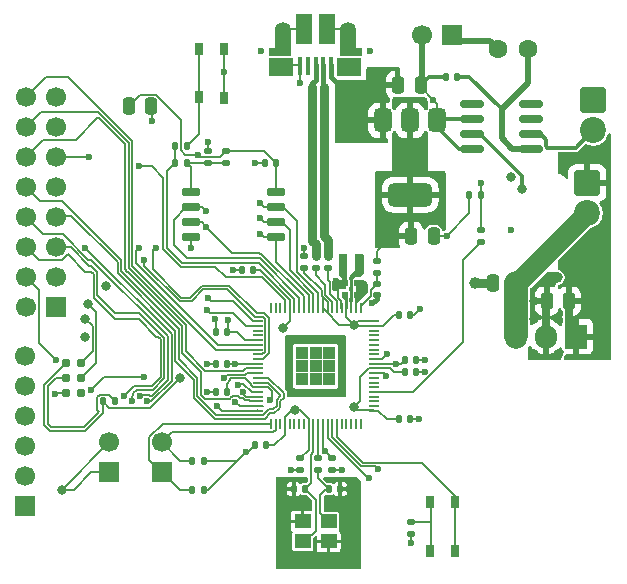
<source format=gtl>
G04 #@! TF.GenerationSoftware,KiCad,Pcbnew,9.0.5*
G04 #@! TF.CreationDate,2025-11-21T14:26:13-06:00*
G04 #@! TF.ProjectId,ece362snakegamepcb,65636533-3632-4736-9e61-6b6567616d65,REV3*
G04 #@! TF.SameCoordinates,Original*
G04 #@! TF.FileFunction,Copper,L1,Top*
G04 #@! TF.FilePolarity,Positive*
%FSLAX46Y46*%
G04 Gerber Fmt 4.6, Leading zero omitted, Abs format (unit mm)*
G04 Created by KiCad (PCBNEW 9.0.5) date 2025-11-21 14:26:13*
%MOMM*%
%LPD*%
G01*
G04 APERTURE LIST*
G04 Aperture macros list*
%AMRoundRect*
0 Rectangle with rounded corners*
0 $1 Rounding radius*
0 $2 $3 $4 $5 $6 $7 $8 $9 X,Y pos of 4 corners*
0 Add a 4 corners polygon primitive as box body*
4,1,4,$2,$3,$4,$5,$6,$7,$8,$9,$2,$3,0*
0 Add four circle primitives for the rounded corners*
1,1,$1+$1,$2,$3*
1,1,$1+$1,$4,$5*
1,1,$1+$1,$6,$7*
1,1,$1+$1,$8,$9*
0 Add four rect primitives between the rounded corners*
20,1,$1+$1,$2,$3,$4,$5,0*
20,1,$1+$1,$4,$5,$6,$7,0*
20,1,$1+$1,$6,$7,$8,$9,0*
20,1,$1+$1,$8,$9,$2,$3,0*%
G04 Aperture macros list end*
G04 #@! TA.AperFunction,SMDPad,CuDef*
%ADD10RoundRect,0.055000X0.335000X-0.055000X0.335000X0.055000X-0.335000X0.055000X-0.335000X-0.055000X0*%
G04 #@! TD*
G04 #@! TA.AperFunction,SMDPad,CuDef*
%ADD11RoundRect,0.055000X-0.055000X-0.335000X0.055000X-0.335000X0.055000X0.335000X-0.055000X0.335000X0*%
G04 #@! TD*
G04 #@! TA.AperFunction,ComponentPad*
%ADD12C,0.600000*%
G04 #@! TD*
G04 #@! TA.AperFunction,SMDPad,CuDef*
%ADD13R,1.133333X1.133333*%
G04 #@! TD*
G04 #@! TA.AperFunction,SMDPad,CuDef*
%ADD14RoundRect,0.375000X-0.375000X0.625000X-0.375000X-0.625000X0.375000X-0.625000X0.375000X0.625000X0*%
G04 #@! TD*
G04 #@! TA.AperFunction,SMDPad,CuDef*
%ADD15RoundRect,0.500000X-1.400000X0.500000X-1.400000X-0.500000X1.400000X-0.500000X1.400000X0.500000X0*%
G04 #@! TD*
G04 #@! TA.AperFunction,SMDPad,CuDef*
%ADD16R,0.400000X1.650000*%
G04 #@! TD*
G04 #@! TA.AperFunction,SMDPad,CuDef*
%ADD17R,1.825000X0.700000*%
G04 #@! TD*
G04 #@! TA.AperFunction,SMDPad,CuDef*
%ADD18R,2.000000X1.500000*%
G04 #@! TD*
G04 #@! TA.AperFunction,SMDPad,CuDef*
%ADD19R,1.350000X2.000000*%
G04 #@! TD*
G04 #@! TA.AperFunction,HeatsinkPad*
%ADD20O,1.350000X1.700000*%
G04 #@! TD*
G04 #@! TA.AperFunction,HeatsinkPad*
%ADD21O,1.100000X1.500000*%
G04 #@! TD*
G04 #@! TA.AperFunction,SMDPad,CuDef*
%ADD22R,1.430000X2.500000*%
G04 #@! TD*
G04 #@! TA.AperFunction,SMDPad,CuDef*
%ADD23RoundRect,0.250000X-0.250000X-0.475000X0.250000X-0.475000X0.250000X0.475000X-0.250000X0.475000X0*%
G04 #@! TD*
G04 #@! TA.AperFunction,SMDPad,CuDef*
%ADD24RoundRect,0.140000X0.140000X0.170000X-0.140000X0.170000X-0.140000X-0.170000X0.140000X-0.170000X0*%
G04 #@! TD*
G04 #@! TA.AperFunction,SMDPad,CuDef*
%ADD25RoundRect,0.135000X-0.185000X0.135000X-0.185000X-0.135000X0.185000X-0.135000X0.185000X0.135000X0*%
G04 #@! TD*
G04 #@! TA.AperFunction,SMDPad,CuDef*
%ADD26RoundRect,0.150000X-0.650000X-0.150000X0.650000X-0.150000X0.650000X0.150000X-0.650000X0.150000X0*%
G04 #@! TD*
G04 #@! TA.AperFunction,SMDPad,CuDef*
%ADD27RoundRect,0.140000X-0.140000X-0.170000X0.140000X-0.170000X0.140000X0.170000X-0.140000X0.170000X0*%
G04 #@! TD*
G04 #@! TA.AperFunction,SMDPad,CuDef*
%ADD28RoundRect,0.140000X0.170000X-0.140000X0.170000X0.140000X-0.170000X0.140000X-0.170000X-0.140000X0*%
G04 #@! TD*
G04 #@! TA.AperFunction,SMDPad,CuDef*
%ADD29R,1.400000X1.200000*%
G04 #@! TD*
G04 #@! TA.AperFunction,ComponentPad*
%ADD30R,1.905000X2.000000*%
G04 #@! TD*
G04 #@! TA.AperFunction,ComponentPad*
%ADD31O,1.905000X2.000000*%
G04 #@! TD*
G04 #@! TA.AperFunction,ComponentPad*
%ADD32R,1.700000X1.700000*%
G04 #@! TD*
G04 #@! TA.AperFunction,ComponentPad*
%ADD33C,1.700000*%
G04 #@! TD*
G04 #@! TA.AperFunction,ComponentPad*
%ADD34C,1.600000*%
G04 #@! TD*
G04 #@! TA.AperFunction,SMDPad,CuDef*
%ADD35RoundRect,0.140000X-0.170000X0.140000X-0.170000X-0.140000X0.170000X-0.140000X0.170000X0.140000X0*%
G04 #@! TD*
G04 #@! TA.AperFunction,SMDPad,CuDef*
%ADD36R,0.470000X0.530000*%
G04 #@! TD*
G04 #@! TA.AperFunction,SMDPad,CuDef*
%ADD37RoundRect,0.250000X0.250000X0.475000X-0.250000X0.475000X-0.250000X-0.475000X0.250000X-0.475000X0*%
G04 #@! TD*
G04 #@! TA.AperFunction,SMDPad,CuDef*
%ADD38R,0.650000X1.050000*%
G04 #@! TD*
G04 #@! TA.AperFunction,ComponentPad*
%ADD39RoundRect,0.249999X-0.850001X0.850001X-0.850001X-0.850001X0.850001X-0.850001X0.850001X0.850001X0*%
G04 #@! TD*
G04 #@! TA.AperFunction,ComponentPad*
%ADD40C,2.200000*%
G04 #@! TD*
G04 #@! TA.AperFunction,SMDPad,CuDef*
%ADD41RoundRect,0.135000X-0.135000X-0.185000X0.135000X-0.185000X0.135000X0.185000X-0.135000X0.185000X0*%
G04 #@! TD*
G04 #@! TA.AperFunction,SMDPad,CuDef*
%ADD42RoundRect,0.150000X-0.825000X-0.150000X0.825000X-0.150000X0.825000X0.150000X-0.825000X0.150000X0*%
G04 #@! TD*
G04 #@! TA.AperFunction,ConnectorPad*
%ADD43C,0.787400*%
G04 #@! TD*
G04 #@! TA.AperFunction,SMDPad,CuDef*
%ADD44R,0.700000X1.700000*%
G04 #@! TD*
G04 #@! TA.AperFunction,ViaPad*
%ADD45C,0.600000*%
G04 #@! TD*
G04 #@! TA.AperFunction,ViaPad*
%ADD46C,0.800000*%
G04 #@! TD*
G04 #@! TA.AperFunction,ViaPad*
%ADD47C,1.000000*%
G04 #@! TD*
G04 #@! TA.AperFunction,Conductor*
%ADD48C,0.150000*%
G04 #@! TD*
G04 #@! TA.AperFunction,Conductor*
%ADD49C,0.200000*%
G04 #@! TD*
G04 #@! TA.AperFunction,Conductor*
%ADD50C,0.300000*%
G04 #@! TD*
G04 #@! TA.AperFunction,Conductor*
%ADD51C,0.700000*%
G04 #@! TD*
G04 #@! TA.AperFunction,Conductor*
%ADD52C,0.800000*%
G04 #@! TD*
G04 #@! TA.AperFunction,Conductor*
%ADD53C,0.500000*%
G04 #@! TD*
G04 #@! TA.AperFunction,Conductor*
%ADD54C,0.400000*%
G04 #@! TD*
G04 #@! TA.AperFunction,Conductor*
%ADD55C,1.800000*%
G04 #@! TD*
G04 #@! TA.AperFunction,Conductor*
%ADD56C,2.000000*%
G04 #@! TD*
G04 APERTURE END LIST*
D10*
X95103500Y-96200000D03*
X95103500Y-96600000D03*
X95103500Y-97000000D03*
X95103500Y-97400000D03*
X95103500Y-97800000D03*
X95103500Y-98200000D03*
X95103500Y-98600000D03*
X95103500Y-99000000D03*
X95103500Y-99400000D03*
X95103500Y-99800000D03*
X95103500Y-100200000D03*
X95103500Y-100600000D03*
X95103500Y-101000000D03*
X95103500Y-101400000D03*
X95103500Y-101800000D03*
X95103500Y-102200000D03*
X95103500Y-102600000D03*
X95103500Y-103000000D03*
X95103500Y-103400000D03*
X95103500Y-103800000D03*
D11*
X96200000Y-104896500D03*
X96600000Y-104896500D03*
X97000000Y-104896500D03*
X97400000Y-104896500D03*
X97800000Y-104896500D03*
X98200000Y-104896500D03*
X98600000Y-104896500D03*
X99000000Y-104896500D03*
X99400000Y-104896500D03*
X99800000Y-104896500D03*
X100200000Y-104896500D03*
X100600000Y-104896500D03*
X101000000Y-104896500D03*
X101400000Y-104896500D03*
X101800000Y-104896500D03*
X102200000Y-104896500D03*
X102600000Y-104896500D03*
X103000000Y-104896500D03*
X103400000Y-104896500D03*
X103800000Y-104896500D03*
D10*
X104896500Y-103800000D03*
X104896500Y-103400000D03*
X104896500Y-103000000D03*
X104896500Y-102600000D03*
X104896500Y-102200000D03*
X104896500Y-101800000D03*
X104896500Y-101400000D03*
X104896500Y-101000000D03*
X104896500Y-100600000D03*
X104896500Y-100200000D03*
X104896500Y-99800000D03*
X104896500Y-99400000D03*
X104896500Y-99000000D03*
X104896500Y-98600000D03*
X104896500Y-98200000D03*
X104896500Y-97800000D03*
X104896500Y-97400000D03*
X104896500Y-97000000D03*
X104896500Y-96600000D03*
X104896500Y-96200000D03*
D11*
X103800000Y-95103500D03*
X103400000Y-95103500D03*
X103000000Y-95103500D03*
X102600000Y-95103500D03*
X102200000Y-95103500D03*
X101800000Y-95103500D03*
X101400000Y-95103500D03*
X101000000Y-95103500D03*
X100600000Y-95103500D03*
X100200000Y-95103500D03*
X99800000Y-95103500D03*
X99400000Y-95103500D03*
X99000000Y-95103500D03*
X98600000Y-95103500D03*
X98200000Y-95103500D03*
X97800000Y-95103500D03*
X97400000Y-95103500D03*
X97000000Y-95103500D03*
X96600000Y-95103500D03*
X96200000Y-95103500D03*
D12*
X98866667Y-98866667D03*
D13*
X98866667Y-98866667D03*
D12*
X98866667Y-100000000D03*
D13*
X98866667Y-100000000D03*
D12*
X98866667Y-101133333D03*
D13*
X98866667Y-101133333D03*
D12*
X100000000Y-98866667D03*
D13*
X100000000Y-98866667D03*
D12*
X100000000Y-100000000D03*
D13*
X100000000Y-100000000D03*
D12*
X100000000Y-101133333D03*
D13*
X100000000Y-101133333D03*
D12*
X101133333Y-98866667D03*
D13*
X101133333Y-98866667D03*
D12*
X101133333Y-100000000D03*
D13*
X101133333Y-100000000D03*
D12*
X101133333Y-101133333D03*
D13*
X101133333Y-101133333D03*
D14*
X110300000Y-79200000D03*
X108000000Y-79200000D03*
D15*
X108000000Y-85500000D03*
D14*
X105700000Y-79200000D03*
D16*
X101300000Y-74600000D03*
X100650000Y-74600000D03*
X100000000Y-74600000D03*
X99350000Y-74600000D03*
X98700000Y-74600000D03*
D17*
X102950000Y-73400000D03*
D18*
X102850000Y-74700000D03*
D19*
X102730000Y-72650000D03*
D20*
X102730000Y-71720000D03*
D21*
X102420000Y-74720000D03*
D22*
X100960000Y-71450000D03*
X99040000Y-71450000D03*
D21*
X97580000Y-74720000D03*
D20*
X97270000Y-71720000D03*
D19*
X97250000Y-72650000D03*
D18*
X97100000Y-74720000D03*
D17*
X97000000Y-73400000D03*
D23*
X108075000Y-89000000D03*
X109975000Y-89000000D03*
D24*
X92480000Y-102200000D03*
X91520000Y-102200000D03*
X96665000Y-82830000D03*
X95705000Y-82830000D03*
D25*
X92400000Y-81790000D03*
X92400000Y-82810000D03*
D26*
X89400000Y-85295000D03*
X89400000Y-86565000D03*
X89400000Y-87835000D03*
X89400000Y-89105000D03*
X96600000Y-89105000D03*
X96600000Y-87835000D03*
X96600000Y-86565000D03*
X96600000Y-85295000D03*
D27*
X101115000Y-110420000D03*
X102075000Y-110420000D03*
D28*
X99000000Y-91680000D03*
X99000000Y-90720000D03*
D27*
X107525000Y-100500000D03*
X108485000Y-100500000D03*
X107020000Y-104500000D03*
X107980000Y-104500000D03*
D25*
X100000000Y-90690000D03*
X100000000Y-91710000D03*
D23*
X106987500Y-76200000D03*
X108887500Y-76200000D03*
D24*
X92480000Y-97100000D03*
X91520000Y-97100000D03*
X99105000Y-110420000D03*
X98145000Y-110420000D03*
D25*
X101000000Y-90690000D03*
X101000000Y-91710000D03*
D27*
X107020000Y-95700000D03*
X107980000Y-95700000D03*
D25*
X100200000Y-107795000D03*
X100200000Y-108815000D03*
D29*
X98900000Y-114850000D03*
X101100000Y-114850000D03*
X101100000Y-113150000D03*
X98900000Y-113150000D03*
D23*
X84165000Y-78000000D03*
X86065000Y-78000000D03*
D30*
X122000000Y-97500000D03*
D31*
X119460000Y-97500000D03*
X116920000Y-97500000D03*
D32*
X75385000Y-111850000D03*
D33*
X75385000Y-109310000D03*
X75385000Y-106770000D03*
X75385000Y-104230000D03*
X75385000Y-101690000D03*
X75385000Y-99150000D03*
D25*
X105200000Y-91140000D03*
X105200000Y-92160000D03*
X108100000Y-113190000D03*
X108100000Y-114210000D03*
D32*
X111500000Y-72000000D03*
D33*
X108960000Y-72000000D03*
D34*
X115452500Y-73176951D03*
X117952500Y-73176951D03*
D35*
X105200000Y-93020000D03*
X105200000Y-93980000D03*
D36*
X102485000Y-93000000D03*
X103515000Y-93000000D03*
D37*
X116950000Y-93000000D03*
X115050000Y-93000000D03*
D24*
X94680000Y-91900000D03*
X93720000Y-91900000D03*
D23*
X119550000Y-94500000D03*
X121450000Y-94500000D03*
D38*
X92275000Y-73125000D03*
X92275000Y-77275000D03*
X90125000Y-73125000D03*
X90125000Y-77250000D03*
D39*
X123500000Y-77500000D03*
D40*
X123500000Y-80040000D03*
D41*
X89490000Y-108000000D03*
X90510000Y-108000000D03*
D25*
X90900000Y-81790000D03*
X90900000Y-82810000D03*
D36*
X102485000Y-93950000D03*
X103515000Y-93950000D03*
D41*
X88090000Y-82800000D03*
X89110000Y-82800000D03*
D24*
X113980000Y-85500000D03*
X113020000Y-85500000D03*
D41*
X88090000Y-81400000D03*
X89110000Y-81400000D03*
D35*
X101400000Y-107820000D03*
X101400000Y-108780000D03*
D24*
X111980000Y-75500000D03*
X111020000Y-75500000D03*
D25*
X114000000Y-88490000D03*
X114000000Y-89510000D03*
D42*
X113275000Y-77819451D03*
X113275000Y-79089451D03*
X113275000Y-80359451D03*
X113275000Y-81629451D03*
X118225000Y-81629451D03*
X118225000Y-80359451D03*
X118225000Y-79089451D03*
X118225000Y-77819451D03*
D43*
X78865000Y-99730000D03*
X80135000Y-99730000D03*
X78865000Y-101000000D03*
X80135000Y-101000000D03*
X78865000Y-102270000D03*
X80135000Y-102270000D03*
D32*
X87000000Y-109000000D03*
D33*
X87000000Y-106460000D03*
D32*
X82500000Y-109000000D03*
D33*
X82500000Y-106460000D03*
D39*
X123000000Y-84500000D03*
D40*
X123000000Y-87040000D03*
D44*
X102300000Y-91350000D03*
X103700000Y-91350000D03*
D24*
X92480000Y-99800000D03*
X91520000Y-99800000D03*
X95780000Y-106700000D03*
X94820000Y-106700000D03*
D38*
X109650000Y-115675000D03*
X109650000Y-111525000D03*
X111800000Y-115675000D03*
X111800000Y-111550000D03*
D32*
X78000000Y-95000000D03*
D33*
X75460000Y-95000000D03*
X78000000Y-92460000D03*
X75460000Y-92460000D03*
X78000000Y-89920000D03*
X75460000Y-89920000D03*
X78000000Y-87380000D03*
X75460000Y-87380000D03*
X78000000Y-84840000D03*
X75460000Y-84840000D03*
X78000000Y-82300000D03*
X75460000Y-82300000D03*
X78000000Y-79760000D03*
X75460000Y-79760000D03*
X78000000Y-77220000D03*
X75460000Y-77220000D03*
D27*
X107520000Y-99500000D03*
X108480000Y-99500000D03*
D41*
X89490000Y-110500000D03*
X90510000Y-110500000D03*
X81990000Y-103000000D03*
X83010000Y-103000000D03*
D35*
X98700000Y-107820000D03*
X98700000Y-108780000D03*
D45*
X108000000Y-77750000D03*
X92592130Y-96077754D03*
D46*
X97250000Y-96750000D03*
X103250000Y-96500000D03*
X103250000Y-103500000D03*
X98250000Y-103750000D03*
D45*
X96136125Y-102866714D03*
X91656239Y-103407208D03*
X93199731Y-103054214D03*
X78000000Y-99500000D03*
X81000000Y-102000000D03*
X85426495Y-100917714D03*
X92250000Y-100974691D03*
X85000000Y-90000000D03*
X86500000Y-90000000D03*
X85500000Y-91000000D03*
X83795744Y-102536975D03*
X84412441Y-102967499D03*
X85098953Y-102536975D03*
X93846662Y-102214804D03*
X93402908Y-101600498D03*
X85704015Y-103000000D03*
X80500000Y-90000000D03*
X80828208Y-82301548D03*
X102700000Y-114800000D03*
X97300000Y-113200000D03*
X97900000Y-108800000D03*
X124000000Y-99000000D03*
X124000000Y-91000000D03*
D46*
X124000000Y-82500000D03*
X121500000Y-82500000D03*
X122688628Y-82500000D03*
D45*
X77953156Y-102346151D03*
X123000000Y-89500000D03*
D47*
X113500000Y-93000000D03*
D45*
X108100000Y-115000000D03*
D46*
X80500000Y-97500000D03*
D45*
X94900000Y-82800000D03*
X94100000Y-107275500D03*
X109950000Y-77450000D03*
X99000000Y-90000000D03*
X121500000Y-91000000D03*
X102200000Y-108820000D03*
X104100000Y-93650000D03*
X86140000Y-79250000D03*
X124000000Y-96500000D03*
X89400000Y-90000000D03*
X124000000Y-94000000D03*
X90780000Y-99800000D03*
X111100000Y-89000000D03*
X102800000Y-110420000D03*
X108715000Y-104500000D03*
X109220000Y-100500000D03*
X104100000Y-93050000D03*
X98700000Y-76000000D03*
X108800000Y-95200000D03*
X109220000Y-99500000D03*
X91500000Y-96025000D03*
X97400000Y-110420000D03*
X116500000Y-88500000D03*
X90800000Y-102200000D03*
X93000000Y-91900000D03*
X104800000Y-94700000D03*
X92275000Y-75075000D03*
D46*
X119500000Y-93000000D03*
X118500000Y-99000000D03*
X120500000Y-99000000D03*
X120500000Y-92500000D03*
X104000000Y-78000000D03*
X104016196Y-80432998D03*
X118500000Y-94500000D03*
D45*
X103000000Y-76274997D03*
X102000000Y-77000000D03*
D46*
X104005029Y-79171127D03*
X118500000Y-96000000D03*
X120500000Y-96000000D03*
D45*
X102725003Y-77000000D03*
D46*
X116500000Y-84000000D03*
D45*
X105501407Y-76167205D03*
X95400000Y-73300000D03*
X90000000Y-82100000D03*
D46*
X88500000Y-101000000D03*
X109285963Y-87463160D03*
X78500000Y-110500000D03*
X106000000Y-87500000D03*
X106000000Y-89500000D03*
D45*
X104600000Y-73300000D03*
D46*
X82284057Y-93256598D03*
X105996398Y-88500411D03*
D45*
X101700000Y-97800000D03*
X106800000Y-99800000D03*
X101700000Y-93400000D03*
X100800000Y-102300000D03*
X97800000Y-99800000D03*
X100800000Y-107220000D03*
X93200000Y-99800000D03*
X102300000Y-99800000D03*
X101700000Y-92800000D03*
X90816879Y-95286468D03*
X90848641Y-94212929D03*
X85000000Y-83100000D03*
X90900000Y-81000000D03*
X105258265Y-108741734D03*
D46*
X80500000Y-96000000D03*
X80750000Y-94750000D03*
D45*
X104500000Y-109500000D03*
X95300000Y-86200000D03*
X95300000Y-87500000D03*
X95300000Y-88800000D03*
X90700000Y-88200000D03*
X90700000Y-86900000D03*
X106000000Y-99000000D03*
X105975000Y-100825000D03*
X114000000Y-84500000D03*
D46*
X117500000Y-85000000D03*
D48*
X88000000Y-87600000D02*
X89035000Y-86565000D01*
X89035000Y-86565000D02*
X89400000Y-86565000D01*
X88000000Y-89750000D02*
X88000000Y-87600000D01*
X95264715Y-90864715D02*
X89114715Y-90864715D01*
X89114715Y-90864715D02*
X88000000Y-89750000D01*
X98600000Y-94200000D02*
X95264715Y-90864715D01*
X98600000Y-95103500D02*
X98600000Y-94200000D01*
X99000000Y-94100000D02*
X99000000Y-95103500D01*
X95400000Y-90500000D02*
X99000000Y-94100000D01*
X95325678Y-90500000D02*
X95400000Y-90500000D01*
X92899000Y-90399000D02*
X95224678Y-90399000D01*
X90700000Y-88200000D02*
X92899000Y-90399000D01*
X95224678Y-90399000D02*
X95325678Y-90500000D01*
X92592130Y-96987870D02*
X92480000Y-97100000D01*
X92592130Y-96077754D02*
X92592130Y-96987870D01*
X104846500Y-103750000D02*
X104896500Y-103800000D01*
X104506501Y-100200000D02*
X104896500Y-100200000D01*
X103250000Y-103500000D02*
X103500000Y-103750000D01*
X103750000Y-100956501D02*
X104506501Y-100200000D01*
X103250000Y-103500000D02*
X103750000Y-103000000D01*
X103500000Y-103750000D02*
X104846500Y-103750000D01*
X103750000Y-103000000D02*
X103750000Y-100956501D01*
X98250000Y-103750000D02*
X98000000Y-103750000D01*
X98000000Y-103750000D02*
X97400000Y-104350000D01*
X99400000Y-104506501D02*
X99400000Y-104896500D01*
X98643499Y-103750000D02*
X99400000Y-104506501D01*
X98250000Y-103750000D02*
X98643499Y-103750000D01*
X97400000Y-104350000D02*
X97400000Y-104896500D01*
X95948644Y-101800000D02*
X95103500Y-101800000D01*
X96136125Y-102866714D02*
X96273948Y-102728891D01*
X96273948Y-102125304D02*
X95948644Y-101800000D01*
X96273948Y-102728891D02*
X96273948Y-102125304D01*
X97800000Y-96200000D02*
X97800000Y-95103500D01*
X97250000Y-96750000D02*
X97800000Y-96200000D01*
X101996500Y-96500000D02*
X100600000Y-95103500D01*
X103250000Y-96500000D02*
X101996500Y-96500000D01*
X101000000Y-95493499D02*
X101000000Y-95103500D01*
X102006501Y-96500000D02*
X101000000Y-95493499D01*
X103250000Y-96500000D02*
X102006501Y-96500000D01*
X102600000Y-95850000D02*
X102600000Y-95103500D01*
X103250000Y-96500000D02*
X102600000Y-95850000D01*
X103550000Y-96200000D02*
X104896500Y-96200000D01*
X103250000Y-96500000D02*
X103550000Y-96200000D01*
X103600000Y-96600000D02*
X104896500Y-96600000D01*
X103500000Y-96500000D02*
X103600000Y-96600000D01*
X103250000Y-96500000D02*
X103500000Y-96500000D01*
D49*
X105200000Y-90300000D02*
X106000000Y-89500000D01*
X105200000Y-91140000D02*
X105200000Y-90300000D01*
D48*
X96600000Y-82895000D02*
X96665000Y-82830000D01*
X96600000Y-85295000D02*
X96600000Y-82895000D01*
X94713501Y-101800000D02*
X95103500Y-101800000D01*
X94487500Y-101573999D02*
X94713501Y-101800000D01*
X94487500Y-101487500D02*
X94487500Y-101573999D01*
X95625000Y-81790000D02*
X96665000Y-82830000D01*
X92400000Y-81790000D02*
X95625000Y-81790000D01*
X90186000Y-82286000D02*
X90000000Y-82100000D01*
X92400000Y-81790000D02*
X91904000Y-82286000D01*
X91904000Y-82286000D02*
X90186000Y-82286000D01*
X88975726Y-82100000D02*
X90000000Y-82100000D01*
X88614000Y-81738274D02*
X88975726Y-82100000D01*
X88614000Y-79143906D02*
X88614000Y-81738274D01*
X86519094Y-77049000D02*
X88614000Y-79143906D01*
X85116000Y-77049000D02*
X86519094Y-77049000D01*
X84165000Y-78000000D02*
X85116000Y-77049000D01*
X94419225Y-103000000D02*
X95103500Y-103000000D01*
X94320225Y-102901000D02*
X94419225Y-103000000D01*
X93815126Y-102740804D02*
X93975322Y-102901000D01*
X93000000Y-102500000D02*
X93387981Y-102500000D01*
X93975322Y-102901000D02*
X94320225Y-102901000D01*
X92986000Y-102514000D02*
X93000000Y-102500000D01*
X92986000Y-102525482D02*
X92986000Y-102514000D01*
X92775482Y-102736000D02*
X92986000Y-102525482D01*
X92764000Y-102736000D02*
X92775482Y-102736000D01*
X92750602Y-102749398D02*
X92764000Y-102736000D01*
X93628785Y-102740804D02*
X93815126Y-102740804D01*
X90605521Y-102749398D02*
X92750602Y-102749398D01*
X90274000Y-102417877D02*
X90605521Y-102749398D01*
X90274000Y-100463555D02*
X90274000Y-102417877D01*
X93387981Y-102500000D02*
X93628785Y-102740804D01*
X88699000Y-98888555D02*
X90274000Y-100463555D01*
X88699000Y-96624678D02*
X88699000Y-98888555D01*
X84074322Y-92000000D02*
X88699000Y-96624678D01*
X84000000Y-92000000D02*
X84074322Y-92000000D01*
X83824322Y-81175678D02*
X83824322Y-91824322D01*
X79664000Y-80836000D02*
X81500000Y-79000000D01*
X81500000Y-79000000D02*
X81648644Y-79000000D01*
X83824322Y-91824322D02*
X84000000Y-92000000D01*
X76924000Y-80836000D02*
X79664000Y-80836000D01*
X81648644Y-79000000D02*
X83824322Y-81175678D01*
X75460000Y-82300000D02*
X76924000Y-80836000D01*
X92049031Y-103800000D02*
X95103500Y-103800000D01*
X91656239Y-103407208D02*
X92049031Y-103800000D01*
X95086733Y-103416767D02*
X95103500Y-103400000D01*
X93562284Y-103416767D02*
X95086733Y-103416767D01*
X93199731Y-103054214D02*
X93562284Y-103416767D01*
X94100000Y-102600000D02*
X95103500Y-102600000D01*
X93846662Y-102214804D02*
X93846662Y-102346662D01*
X93846662Y-102346662D02*
X94100000Y-102600000D01*
X94574322Y-102200000D02*
X95103500Y-102200000D01*
X93623996Y-101500000D02*
X93874322Y-101500000D01*
X93874322Y-101500000D02*
X94574322Y-102200000D01*
X93402908Y-101600498D02*
X93523498Y-101600498D01*
X93523498Y-101600498D02*
X93623996Y-101500000D01*
X92776000Y-101051000D02*
X94051000Y-101051000D01*
X92480000Y-101488568D02*
X92776000Y-101192568D01*
X94051000Y-101051000D02*
X94487500Y-101487500D01*
X92776000Y-101192568D02*
X92776000Y-101051000D01*
X92480000Y-102200000D02*
X92480000Y-101488568D01*
X94153955Y-100600000D02*
X95103500Y-100600000D01*
X92474691Y-100750000D02*
X94003955Y-100750000D01*
X94003955Y-100750000D02*
X94153955Y-100600000D01*
X92250000Y-100974691D02*
X92474691Y-100750000D01*
X95053500Y-103750000D02*
X95103500Y-103800000D01*
X81427000Y-95427000D02*
X81427000Y-99708000D01*
X80750000Y-94750000D02*
X81427000Y-95427000D01*
X81427000Y-99708000D02*
X80135000Y-101000000D01*
X87796000Y-97296000D02*
X80500000Y-90000000D01*
X87796000Y-101278322D02*
X87796000Y-97296000D01*
X86074322Y-103000000D02*
X87796000Y-101278322D01*
X85704015Y-103000000D02*
X86074322Y-103000000D01*
X95497389Y-103400000D02*
X95103500Y-103400000D01*
X95974322Y-101400000D02*
X95103500Y-101400000D01*
X97000000Y-102425678D02*
X95974322Y-101400000D01*
X97000000Y-102574322D02*
X97000000Y-102425678D01*
X96691750Y-102882572D02*
X97000000Y-102574322D01*
X96691750Y-103363458D02*
X96691750Y-102882572D01*
X96388101Y-103667107D02*
X96691750Y-103363458D01*
X96025311Y-103667107D02*
X96388101Y-103667107D01*
X95556418Y-104136000D02*
X96025311Y-103667107D01*
X91566445Y-104136000D02*
X95556418Y-104136000D01*
X89973000Y-102542555D02*
X91566445Y-104136000D01*
X89973000Y-101000000D02*
X89973000Y-102542555D01*
X88398000Y-96749356D02*
X88398000Y-99425000D01*
X88398000Y-99425000D02*
X89973000Y-101000000D01*
X88323678Y-96749356D02*
X88398000Y-96749356D01*
X78500000Y-86000000D02*
X83523322Y-91023322D01*
X76620000Y-86000000D02*
X78500000Y-86000000D01*
X75460000Y-84840000D02*
X76620000Y-86000000D01*
X83523322Y-91023322D02*
X83523322Y-91949000D01*
X83523322Y-91949000D02*
X88323678Y-96749356D01*
X76536000Y-98036000D02*
X76536000Y-93536000D01*
X78000000Y-99500000D02*
X76536000Y-98036000D01*
X76536000Y-93536000D02*
X75460000Y-92460000D01*
X82082286Y-100917714D02*
X81000000Y-102000000D01*
X85426495Y-100917714D02*
X82082286Y-100917714D01*
X95519177Y-99400000D02*
X95103500Y-99400000D01*
X96020500Y-98898677D02*
X95519177Y-99400000D01*
X95618096Y-95500000D02*
X96020500Y-95902404D01*
X95000000Y-95500000D02*
X95618096Y-95500000D01*
X92699000Y-93199000D02*
X95000000Y-95500000D01*
X96020500Y-95902404D02*
X96020500Y-98898677D01*
X90375322Y-93199000D02*
X92699000Y-93199000D01*
X89375322Y-94199000D02*
X90375322Y-93199000D01*
X88624678Y-94199000D02*
X89375322Y-94199000D01*
X86212839Y-90212839D02*
X86212839Y-91787161D01*
X86212839Y-91787161D02*
X88624678Y-94199000D01*
X86500000Y-90000000D02*
X86425678Y-90000000D01*
X86425678Y-90000000D02*
X86212839Y-90212839D01*
X94714582Y-100200000D02*
X95103500Y-100200000D01*
X94640582Y-100126000D02*
X94714582Y-100200000D01*
X94117877Y-100126000D02*
X94640582Y-100126000D01*
X93829295Y-100414582D02*
X94117877Y-100126000D01*
X93500000Y-100414582D02*
X93829295Y-100414582D01*
X93487500Y-100427082D02*
X93500000Y-100414582D01*
X90663205Y-100427082D02*
X93487500Y-100427082D01*
X89000000Y-98763877D02*
X90663205Y-100427082D01*
X89000000Y-96500000D02*
X89000000Y-98763877D01*
X84173000Y-91673000D02*
X89000000Y-96500000D01*
X81574322Y-78500000D02*
X84173000Y-81098678D01*
X84173000Y-81098678D02*
X84173000Y-91673000D01*
X75460000Y-79760000D02*
X76720000Y-78500000D01*
X76720000Y-78500000D02*
X81574322Y-78500000D01*
X96000000Y-101000000D02*
X95103500Y-101000000D01*
X97301000Y-102301000D02*
X96000000Y-101000000D01*
X97301000Y-102699000D02*
X97301000Y-102301000D01*
X97000000Y-103502319D02*
X97000000Y-103000000D01*
X96879585Y-103620415D02*
X96881904Y-103620415D01*
X96500000Y-104000000D02*
X96879585Y-103620415D01*
X96118096Y-104000000D02*
X96500000Y-104000000D01*
X97000000Y-103000000D02*
X97301000Y-102699000D01*
X95674514Y-104443582D02*
X96118096Y-104000000D01*
X91448349Y-104443582D02*
X95674514Y-104443582D01*
X88097000Y-99597000D02*
X89672000Y-101172000D01*
X89672000Y-101172000D02*
X89672000Y-102667233D01*
X88097000Y-97000000D02*
X88097000Y-99597000D01*
X83222322Y-91222322D02*
X83222322Y-92125322D01*
X89672000Y-102667233D02*
X91448349Y-104443582D01*
X83222322Y-92125322D02*
X88097000Y-97000000D01*
X78092839Y-87287161D02*
X79287161Y-87287161D01*
X78000000Y-87380000D02*
X78092839Y-87287161D01*
X79287161Y-87287161D02*
X83222322Y-91222322D01*
X96881904Y-103620415D02*
X97000000Y-103502319D01*
X95493499Y-99000000D02*
X95103500Y-99000000D01*
X95719500Y-98773999D02*
X95493499Y-99000000D01*
X95719500Y-96027082D02*
X95719500Y-98773999D01*
X95556418Y-95864000D02*
X95719500Y-96027082D01*
X94864000Y-95864000D02*
X95556418Y-95864000D01*
X92500000Y-93500000D02*
X94864000Y-95864000D01*
X90500000Y-93500000D02*
X92500000Y-93500000D01*
X89500000Y-94500000D02*
X90500000Y-93500000D01*
X88500000Y-94500000D02*
X89500000Y-94500000D01*
X85500000Y-91500000D02*
X88500000Y-94500000D01*
X85500000Y-91000000D02*
X85500000Y-91500000D01*
X91700000Y-98200000D02*
X95103500Y-98200000D01*
X85000000Y-90000000D02*
X84775000Y-90225000D01*
X84775000Y-90225000D02*
X84775000Y-91275000D01*
X84775000Y-91275000D02*
X91700000Y-98200000D01*
X91520000Y-96045000D02*
X91520000Y-97100000D01*
X91500000Y-96025000D02*
X91520000Y-96045000D01*
X84633719Y-101699000D02*
X83795744Y-102536975D01*
X86893000Y-100904288D02*
X86098288Y-101699000D01*
X86500000Y-97500000D02*
X86648644Y-97500000D01*
X85000000Y-96000000D02*
X86500000Y-97500000D01*
X83000000Y-96000000D02*
X85000000Y-96000000D01*
X81199000Y-94199000D02*
X83000000Y-96000000D01*
X81199000Y-92199000D02*
X81199000Y-94199000D01*
X81000000Y-92000000D02*
X81199000Y-92199000D01*
X80500000Y-92000000D02*
X81000000Y-92000000D01*
X79000000Y-90500000D02*
X80500000Y-92000000D01*
X86893000Y-97744356D02*
X86893000Y-100904288D01*
X78504000Y-90996000D02*
X79000000Y-90500000D01*
X76536000Y-90996000D02*
X78504000Y-90996000D01*
X86648644Y-97500000D02*
X86893000Y-97744356D01*
X75460000Y-89920000D02*
X76536000Y-90996000D01*
X86098288Y-101699000D02*
X84633719Y-101699000D01*
X84572953Y-102427047D02*
X84412441Y-102587559D01*
X84572953Y-102319098D02*
X84572953Y-102427047D01*
X84881076Y-102010975D02*
X84572953Y-102319098D01*
X86010975Y-102010975D02*
X84881076Y-102010975D01*
X86021950Y-102000000D02*
X86010975Y-102010975D01*
X86222966Y-102000000D02*
X86021950Y-102000000D01*
X87194000Y-101028966D02*
X86222966Y-102000000D01*
X87194000Y-97619678D02*
X87194000Y-101028966D01*
X85074322Y-95500000D02*
X87194000Y-97619678D01*
X81500000Y-92000000D02*
X81500000Y-94000000D01*
X80830445Y-91500000D02*
X81000000Y-91500000D01*
X79250445Y-89920000D02*
X80830445Y-91500000D01*
X81500000Y-94000000D02*
X83000000Y-95500000D01*
X84412441Y-102587559D02*
X84412441Y-102967499D01*
X83000000Y-95500000D02*
X85074322Y-95500000D01*
X81000000Y-91500000D02*
X81500000Y-92000000D01*
X78000000Y-89920000D02*
X79250445Y-89920000D01*
X85161928Y-102474000D02*
X85098953Y-102536975D01*
X85974000Y-102474000D02*
X85161928Y-102474000D01*
X86000000Y-102500000D02*
X85974000Y-102474000D01*
X86148644Y-102500000D02*
X86000000Y-102500000D01*
X87495000Y-101153644D02*
X86148644Y-102500000D01*
X87495000Y-97495000D02*
X87495000Y-101153644D01*
X81000000Y-91000000D02*
X87495000Y-97495000D01*
X80756123Y-91000000D02*
X81000000Y-91000000D01*
X78600123Y-88844000D02*
X80756123Y-91000000D01*
X76924000Y-88844000D02*
X78600123Y-88844000D01*
X75460000Y-87380000D02*
X76924000Y-88844000D01*
X80826660Y-82300000D02*
X80828208Y-82301548D01*
X78000000Y-82300000D02*
X80826660Y-82300000D01*
X97400000Y-94425678D02*
X97400000Y-95103500D01*
X95474322Y-92500000D02*
X97400000Y-94425678D01*
X92399000Y-92500000D02*
X95474322Y-92500000D01*
X91500000Y-91601000D02*
X92399000Y-92500000D01*
X88575322Y-91601000D02*
X91500000Y-91601000D01*
X87099000Y-90124678D02*
X88575322Y-91601000D01*
X87099000Y-84099000D02*
X87099000Y-90124678D01*
X86100000Y-83100000D02*
X87099000Y-84099000D01*
X85000000Y-83100000D02*
X86100000Y-83100000D01*
X84474000Y-91532877D02*
X91541123Y-98600000D01*
X84474000Y-80974000D02*
X84474000Y-91532877D01*
X91541123Y-98600000D02*
X95103500Y-98600000D01*
X79000000Y-75500000D02*
X84474000Y-80974000D01*
X77180000Y-75500000D02*
X79000000Y-75500000D01*
X75460000Y-77220000D02*
X77180000Y-75500000D01*
X94244500Y-107275500D02*
X94820000Y-106700000D01*
X107980000Y-104500000D02*
X108715000Y-104500000D01*
X113020000Y-85500000D02*
X113020000Y-87080000D01*
D49*
X109950000Y-77450000D02*
X110300000Y-77800000D01*
D48*
X102800000Y-110420000D02*
X102080000Y-110420000D01*
X78029307Y-102270000D02*
X77953156Y-102346151D01*
D50*
X112129451Y-81629451D02*
X110550000Y-80050000D01*
X110550000Y-80050000D02*
X110550000Y-79924451D01*
D48*
X90510000Y-110500000D02*
X90875500Y-110500000D01*
D49*
X94900000Y-82800000D02*
X95375000Y-82800000D01*
D51*
X121450000Y-96450000D02*
X121450000Y-94500000D01*
D48*
X90780000Y-99800000D02*
X91520000Y-99800000D01*
D52*
X113500000Y-93000000D02*
X115050000Y-93000000D01*
D48*
X108480000Y-99500000D02*
X109220000Y-99500000D01*
D49*
X108887500Y-76387500D02*
X109950000Y-77450000D01*
D50*
X113275000Y-79089451D02*
X110410549Y-79089451D01*
D49*
X97780000Y-74525000D02*
X97575000Y-74730000D01*
X110050000Y-89000000D02*
X111100000Y-89000000D01*
X98140000Y-110420000D02*
X97400000Y-110420000D01*
X108887500Y-76200000D02*
X108887500Y-76387500D01*
X100960000Y-71450000D02*
X102460000Y-71450000D01*
D48*
X78865000Y-102270000D02*
X78029307Y-102270000D01*
X108100000Y-114180000D02*
X108100000Y-115000000D01*
X122000000Y-97500000D02*
X122000000Y-96500000D01*
X90800000Y-102200000D02*
X91520000Y-102200000D01*
X122000000Y-96500000D02*
X121950000Y-96450000D01*
D53*
X108960000Y-72000000D02*
X108960000Y-76127500D01*
D50*
X109587500Y-75500000D02*
X108887500Y-76200000D01*
D48*
X108485000Y-100500000D02*
X109220000Y-100500000D01*
D49*
X95375000Y-82800000D02*
X95405000Y-82830000D01*
D50*
X111020000Y-75500000D02*
X109587500Y-75500000D01*
D48*
X102160000Y-108780000D02*
X102200000Y-108820000D01*
X92275000Y-75075000D02*
X92275000Y-73125000D01*
X122000000Y-97500000D02*
X122000000Y-97000000D01*
D49*
X99000000Y-90720000D02*
X99000000Y-90000000D01*
D48*
X90875500Y-110500000D02*
X94100000Y-107275500D01*
D49*
X98700000Y-74600000D02*
X98700000Y-76000000D01*
D54*
X105200000Y-93980000D02*
X105200000Y-94300000D01*
D49*
X110300000Y-77800000D02*
X110300000Y-79300000D01*
D48*
X92275000Y-77275000D02*
X92275000Y-73125000D01*
X108300000Y-95700000D02*
X108800000Y-95200000D01*
D50*
X112255000Y-81629451D02*
X112129451Y-81629451D01*
D49*
X97540000Y-71450000D02*
X97270000Y-71720000D01*
D48*
X97900000Y-108800000D02*
X98680000Y-108800000D01*
X94100000Y-107275500D02*
X94244500Y-107275500D01*
D49*
X102460000Y-71450000D02*
X102730000Y-71720000D01*
D48*
X98680000Y-108800000D02*
X98700000Y-108780000D01*
X101400000Y-108780000D02*
X102160000Y-108780000D01*
X113020000Y-87080000D02*
X111100000Y-89000000D01*
X122000000Y-97000000D02*
X121450000Y-96450000D01*
X90510000Y-108000000D02*
X93375500Y-108000000D01*
D49*
X89400000Y-90000000D02*
X89400000Y-89105000D01*
D48*
X107975000Y-95700000D02*
X108300000Y-95700000D01*
X93720000Y-91900000D02*
X93000000Y-91900000D01*
D49*
X98700000Y-74525000D02*
X97780000Y-74525000D01*
D48*
X93375500Y-108000000D02*
X94100000Y-107275500D01*
D53*
X108960000Y-76127500D02*
X108887500Y-76200000D01*
D49*
X95405000Y-82830000D02*
X95700000Y-82830000D01*
D54*
X105200000Y-94300000D02*
X104800000Y-94700000D01*
D50*
X110410549Y-79089451D02*
X110300000Y-79200000D01*
D49*
X99040000Y-71450000D02*
X97540000Y-71450000D01*
D48*
X86140000Y-78000000D02*
X86140000Y-79250000D01*
D54*
X101300000Y-75500000D02*
X102100000Y-76300000D01*
D50*
X122040000Y-81500000D02*
X123000000Y-80540000D01*
X119500000Y-80818851D02*
X119500000Y-81409425D01*
D51*
X119460000Y-97500000D02*
X119460000Y-95090000D01*
D48*
X118225000Y-80359451D02*
X119040600Y-80359451D01*
D54*
X101300000Y-74525000D02*
X101300000Y-75500000D01*
D50*
X119590575Y-81500000D02*
X122040000Y-81500000D01*
X119500000Y-81409425D02*
X119590575Y-81500000D01*
X119040600Y-80359451D02*
X119500000Y-80818851D01*
D48*
X119460000Y-95090000D02*
X120050000Y-94500000D01*
X99000000Y-110310000D02*
X100000000Y-111310000D01*
X100000000Y-113925000D02*
X99075000Y-114850000D01*
X99800000Y-107300000D02*
X99600000Y-107500000D01*
X99600000Y-107500000D02*
X99600000Y-109925000D01*
X99800000Y-104896500D02*
X99800000Y-107300000D01*
X99600000Y-109925000D02*
X99105000Y-110420000D01*
X100000000Y-111310000D02*
X100000000Y-113925000D01*
X99075000Y-114850000D02*
X98900000Y-114850000D01*
X100200000Y-104896500D02*
X100200000Y-107825000D01*
X77000000Y-101595000D02*
X77000000Y-105000000D01*
X85954000Y-103546000D02*
X88500000Y-101000000D01*
X97400000Y-104896500D02*
X97400000Y-105800000D01*
X79500000Y-110500000D02*
X81000000Y-109000000D01*
X95300000Y-91900000D02*
X94680000Y-91900000D01*
X99000000Y-91680000D02*
X99000000Y-92100000D01*
X104610000Y-100200000D02*
X106300000Y-100200000D01*
X106000000Y-104500000D02*
X107020000Y-104500000D01*
X106300000Y-100200000D02*
X106600000Y-100500000D01*
X81990000Y-104010000D02*
X81990000Y-103000000D01*
X78865000Y-99730000D02*
X77000000Y-101595000D01*
X78500000Y-110500000D02*
X79500000Y-110500000D01*
X99000000Y-92100000D02*
X100500000Y-93600000D01*
X93300000Y-97100000D02*
X92480000Y-97100000D01*
X77500000Y-105500000D02*
X80500000Y-105500000D01*
X94000000Y-97800000D02*
X93300000Y-97100000D01*
X81000000Y-109000000D02*
X82500000Y-109000000D01*
X100500000Y-93600000D02*
X100500000Y-94100000D01*
X100500000Y-94100000D02*
X100600000Y-94200000D01*
X97400000Y-105800000D02*
X96500000Y-106700000D01*
X101000000Y-95103500D02*
X101000000Y-94600000D01*
X78500000Y-110460000D02*
X82500000Y-106460000D01*
X95103500Y-97800000D02*
X94000000Y-97800000D01*
X81990000Y-103000000D02*
X82536000Y-103546000D01*
X101000000Y-94600000D02*
X100500000Y-94100000D01*
X106600000Y-100500000D02*
X107525000Y-100500000D01*
X104896500Y-103800000D02*
X105300000Y-103800000D01*
X99400000Y-107120000D02*
X98700000Y-107820000D01*
X97800000Y-94400000D02*
X95300000Y-91900000D01*
X78500000Y-110500000D02*
X78500000Y-110460000D01*
X105700000Y-96600000D02*
X104896500Y-96600000D01*
X100600000Y-94200000D02*
X100600000Y-95103500D01*
X107015000Y-95700000D02*
X106600000Y-95700000D01*
X99400000Y-104610000D02*
X99400000Y-107120000D01*
X80500000Y-105500000D02*
X81990000Y-104010000D01*
X105300000Y-103800000D02*
X106000000Y-104500000D01*
X96500000Y-106700000D02*
X95980000Y-106700000D01*
X97800000Y-95103500D02*
X97800000Y-94400000D01*
X82536000Y-103546000D02*
X85954000Y-103546000D01*
X106600000Y-95700000D02*
X105700000Y-96600000D01*
X77000000Y-105000000D02*
X77500000Y-105500000D01*
X102200000Y-95103500D02*
X102175000Y-95078500D01*
X101900000Y-94200736D02*
X101900000Y-93000000D01*
X102175000Y-94500000D02*
X102075000Y-94400000D01*
X102075000Y-94375736D02*
X101900000Y-94200736D01*
X100600000Y-107020000D02*
X100800000Y-107220000D01*
X101900000Y-93000000D02*
X101700000Y-92800000D01*
D49*
X107220000Y-99800000D02*
X107520000Y-99500000D01*
X106800000Y-99800000D02*
X107220000Y-99800000D01*
D48*
X92480000Y-99800000D02*
X93200000Y-99800000D01*
X100600000Y-104896500D02*
X100600000Y-107020000D01*
X101400000Y-107820000D02*
X100800000Y-107220000D01*
X104896500Y-99800000D02*
X106800000Y-99800000D01*
X102075000Y-94400000D02*
X102075000Y-94375736D01*
D49*
X93200000Y-99800000D02*
X95103500Y-99800000D01*
D48*
X102175000Y-95078500D02*
X102175000Y-94500000D01*
X89110000Y-81400000D02*
X90125000Y-80385000D01*
X90125000Y-77250000D02*
X90125000Y-73125000D01*
X90125000Y-80385000D02*
X90125000Y-77250000D01*
X94100000Y-96600000D02*
X93000000Y-95500000D01*
X91030411Y-95500000D02*
X90816879Y-95286468D01*
X95103500Y-96600000D02*
X94100000Y-96600000D01*
X93000000Y-95500000D02*
X91030411Y-95500000D01*
X93000000Y-94500000D02*
X91135712Y-94500000D01*
X95103500Y-96200000D02*
X94700000Y-96200000D01*
X91135712Y-94500000D02*
X90848641Y-94212929D01*
X94700000Y-96200000D02*
X93000000Y-94500000D01*
X90900000Y-81820000D02*
X90900000Y-81000000D01*
X87000000Y-106460000D02*
X88540000Y-108000000D01*
X88540000Y-108000000D02*
X89490000Y-108000000D01*
X87000000Y-106460000D02*
X87850000Y-105610000D01*
X96390000Y-105610000D02*
X96600000Y-105400000D01*
X96600000Y-105400000D02*
X96600000Y-104896500D01*
X87850000Y-105610000D02*
X96390000Y-105610000D01*
X85924000Y-106014306D02*
X87041806Y-104896500D01*
X87041806Y-104896500D02*
X96200000Y-104896500D01*
X88500000Y-110500000D02*
X89490000Y-110500000D01*
X87000000Y-109000000D02*
X85924000Y-107924000D01*
X87000000Y-109000000D02*
X88500000Y-110500000D01*
X85924000Y-107924000D02*
X85924000Y-106014306D01*
X101800000Y-106000000D02*
X104000000Y-108200000D01*
X111800000Y-111000000D02*
X111800000Y-111550000D01*
X111800000Y-115675000D02*
X111800000Y-111550000D01*
X101800000Y-104896500D02*
X101800000Y-106000000D01*
X109000000Y-108200000D02*
X111800000Y-111000000D01*
X104000000Y-108200000D02*
X109000000Y-108200000D01*
X101400000Y-106025678D02*
X101400000Y-104896500D01*
X105017531Y-108501000D02*
X103875322Y-108501000D01*
X105258265Y-108741734D02*
X105017531Y-108501000D01*
X80135000Y-99730000D02*
X81126000Y-98739000D01*
X81126000Y-96626000D02*
X80500000Y-96000000D01*
X103875322Y-108501000D02*
X101400000Y-106025678D01*
X81126000Y-98739000D02*
X81126000Y-96626000D01*
X101000000Y-104896500D02*
X101000000Y-106051356D01*
X104448644Y-109500000D02*
X104500000Y-109500000D01*
X101000000Y-106051356D02*
X104448644Y-109500000D01*
X88090000Y-82830000D02*
X88090000Y-81400000D01*
X98200000Y-95103500D02*
X98200000Y-94300000D01*
X88700000Y-91300000D02*
X87400000Y-90000000D01*
X95200000Y-91300000D02*
X88700000Y-91300000D01*
X87400000Y-83520000D02*
X88090000Y-82830000D01*
X98200000Y-94300000D02*
X95200000Y-91300000D01*
X87400000Y-90000000D02*
X87400000Y-83520000D01*
X98400000Y-92000000D02*
X98400000Y-87700000D01*
X100200000Y-95103500D02*
X100200000Y-93800000D01*
X95300000Y-86200000D02*
X95665000Y-86565000D01*
X100200000Y-93800000D02*
X98400000Y-92000000D01*
X97265000Y-86565000D02*
X96600000Y-86565000D01*
X95665000Y-86565000D02*
X96600000Y-86565000D01*
X98400000Y-87700000D02*
X97265000Y-86565000D01*
X99800000Y-95103500D02*
X99800000Y-93900000D01*
X95635000Y-87835000D02*
X96600000Y-87835000D01*
X99800000Y-93900000D02*
X97800000Y-91900000D01*
X97800000Y-91900000D02*
X97800000Y-88500000D01*
X97135000Y-87835000D02*
X96600000Y-87835000D01*
X97800000Y-88500000D02*
X97135000Y-87835000D01*
X95300000Y-87500000D02*
X95635000Y-87835000D01*
X99400000Y-95103500D02*
X99400000Y-94000000D01*
X99400000Y-94000000D02*
X96600000Y-91200000D01*
X96600000Y-89105000D02*
X95605000Y-89105000D01*
X95605000Y-89105000D02*
X95300000Y-88800000D01*
X96600000Y-91200000D02*
X96600000Y-89105000D01*
X90700000Y-88200000D02*
X90335000Y-87835000D01*
X90335000Y-87835000D02*
X89400000Y-87835000D01*
X90700000Y-86900000D02*
X90365000Y-86565000D01*
X90365000Y-86565000D02*
X89400000Y-86565000D01*
D54*
X100000000Y-75800000D02*
X99725000Y-76075000D01*
X100000000Y-74525000D02*
X100000000Y-75800000D01*
D52*
X100000000Y-89700000D02*
X100000000Y-90690000D01*
X99725000Y-89425000D02*
X100000000Y-89700000D01*
X99725000Y-76400000D02*
X99725000Y-89425000D01*
D54*
X99725000Y-76075000D02*
X99725000Y-76400000D01*
X100650000Y-76375000D02*
X100675000Y-76400000D01*
D52*
X100675000Y-76400000D02*
X100675000Y-88975000D01*
D54*
X100650000Y-74525000D02*
X100650000Y-76375000D01*
D52*
X101000000Y-89300000D02*
X101000000Y-90690000D01*
X100675000Y-88975000D02*
X101000000Y-89300000D01*
D48*
X100200000Y-109505000D02*
X101115000Y-110420000D01*
X100912500Y-110420000D02*
X100400000Y-110932500D01*
X100200000Y-108785000D02*
X100200000Y-109505000D01*
X100400000Y-110932500D02*
X100400000Y-112450000D01*
X101110000Y-110420000D02*
X100912500Y-110420000D01*
X100400000Y-112450000D02*
X101100000Y-113150000D01*
X105600000Y-99400000D02*
X106000000Y-99000000D01*
X104896500Y-99400000D02*
X105600000Y-99400000D01*
X104896500Y-100600000D02*
X105750000Y-100600000D01*
X105750000Y-100600000D02*
X105975000Y-100825000D01*
X108263877Y-102200000D02*
X104896500Y-102200000D01*
X114000000Y-89510000D02*
X112500000Y-91010000D01*
X112500000Y-91010000D02*
X112500000Y-97963877D01*
X112500000Y-97963877D02*
X108263877Y-102200000D01*
X109705000Y-113220000D02*
X109725000Y-113200000D01*
X109725000Y-111525000D02*
X109725000Y-113200000D01*
X108100000Y-113220000D02*
X109705000Y-113220000D01*
X109725000Y-113200000D02*
X109725000Y-115675000D01*
X100800000Y-93950000D02*
X100800000Y-93100000D01*
X100000000Y-92300000D02*
X100000000Y-91710000D01*
X100800000Y-93100000D02*
X100000000Y-92300000D01*
X101400000Y-95103500D02*
X101400000Y-94550000D01*
X101400000Y-94550000D02*
X100800000Y-93950000D01*
X90900000Y-82780000D02*
X90880000Y-82800000D01*
X92400000Y-82780000D02*
X90900000Y-82780000D01*
X89400000Y-83120000D02*
X89400000Y-85295000D01*
X90880000Y-82800000D02*
X89080000Y-82800000D01*
X89080000Y-82800000D02*
X89400000Y-83120000D01*
D49*
X105200000Y-92160000D02*
X105200000Y-93020000D01*
X103800000Y-95103500D02*
X103800000Y-95000000D01*
D48*
X104640000Y-94110000D02*
X104640000Y-93580000D01*
X103800000Y-94950000D02*
X104640000Y-94110000D01*
X104640000Y-93580000D02*
X105200000Y-93020000D01*
X101000000Y-91710000D02*
X101000000Y-92700000D01*
X101175000Y-93900000D02*
X101775000Y-94500000D01*
X101775000Y-95078500D02*
X101800000Y-95103500D01*
X101175000Y-92875000D02*
X101175000Y-93900000D01*
X101000000Y-92700000D02*
X101175000Y-92875000D01*
X101775000Y-94500000D02*
X101775000Y-95078500D01*
D55*
X123000000Y-87040000D02*
X117040000Y-93000000D01*
D48*
X116950000Y-97470000D02*
X116920000Y-97500000D01*
X117040000Y-93000000D02*
X116950000Y-93000000D01*
D56*
X116950000Y-93000000D02*
X116950000Y-97470000D01*
D48*
X114000000Y-88490000D02*
X114000000Y-85520000D01*
X114000000Y-85520000D02*
X113980000Y-85500000D01*
X113980000Y-85500000D02*
X113980000Y-84520000D01*
X113980000Y-84520000D02*
X114000000Y-84500000D01*
D50*
X117500000Y-83909000D02*
X113950451Y-80359451D01*
X117500000Y-85000000D02*
X117500000Y-83909000D01*
D53*
X115750000Y-80724451D02*
X116655000Y-81629451D01*
X115750000Y-78250000D02*
X115750000Y-80724451D01*
X118000000Y-76000000D02*
X118000000Y-73224451D01*
D50*
X111980000Y-75500000D02*
X113000000Y-75500000D01*
X113000000Y-75500000D02*
X115750000Y-78250000D01*
D53*
X115750000Y-78250000D02*
X118000000Y-76000000D01*
X116655000Y-81629451D02*
X118225000Y-81629451D01*
X114775549Y-72500000D02*
X112000000Y-72500000D01*
X115452500Y-73176951D02*
X114775549Y-72500000D01*
X112000000Y-72500000D02*
X111500000Y-72000000D01*
D48*
X81494000Y-102661726D02*
X81701726Y-102454000D01*
X81701726Y-102454000D02*
X82464000Y-102454000D01*
X77301000Y-101719678D02*
X77301000Y-104875322D01*
X77624678Y-105199000D02*
X80375322Y-105199000D01*
X78865000Y-101000000D02*
X78020678Y-101000000D01*
X77301000Y-104875322D02*
X77624678Y-105199000D01*
X81494000Y-103690322D02*
X81494000Y-102661726D01*
X82464000Y-102454000D02*
X83010000Y-103000000D01*
X80375322Y-105199000D02*
X81689000Y-103885322D01*
X81689000Y-103885322D02*
X81494000Y-103690322D01*
X78020678Y-101000000D02*
X77301000Y-101719678D01*
G04 #@! TA.AperFunction,Conductor*
G36*
X104121674Y-92771674D02*
G01*
X104378326Y-93028326D01*
X104400000Y-93080652D01*
X104400000Y-93769348D01*
X104378326Y-93821674D01*
X103500000Y-94700000D01*
X103500000Y-95126000D01*
X103478326Y-95178326D01*
X103426000Y-95200000D01*
X103374000Y-95200000D01*
X103321674Y-95178326D01*
X103300000Y-95126000D01*
X103300000Y-94554285D01*
X103301422Y-94539848D01*
X103305500Y-94519347D01*
X103305500Y-94313779D01*
X103305499Y-94313777D01*
X103301182Y-94289908D01*
X103300000Y-94276736D01*
X103300000Y-93774000D01*
X103321674Y-93721674D01*
X103374000Y-93700000D01*
X103450000Y-93700000D01*
X103450000Y-93250000D01*
X103374000Y-93250000D01*
X103321674Y-93228326D01*
X103300000Y-93176000D01*
X103300000Y-92824000D01*
X103321674Y-92771674D01*
X103374000Y-92750000D01*
X104069348Y-92750000D01*
X104121674Y-92771674D01*
G37*
G04 #@! TD.AperFunction*
G04 #@! TA.AperFunction,Conductor*
G36*
X102678326Y-93721674D02*
G01*
X102700000Y-93774000D01*
X102700000Y-95126000D01*
X102678326Y-95178326D01*
X102626000Y-95200000D01*
X102574000Y-95200000D01*
X102521674Y-95178326D01*
X102500000Y-95126000D01*
X102500000Y-94450000D01*
X102271674Y-94221674D01*
X102250000Y-94169348D01*
X102250000Y-93774000D01*
X102271674Y-93721674D01*
X102324000Y-93700000D01*
X102626000Y-93700000D01*
X102678326Y-93721674D01*
G37*
G04 #@! TD.AperFunction*
G04 #@! TA.AperFunction,Conductor*
G36*
X124930712Y-80303608D02*
G01*
X124982187Y-80350852D01*
X125000000Y-80414885D01*
X125000000Y-99376000D01*
X124980315Y-99443039D01*
X124927511Y-99488794D01*
X124876000Y-99500000D01*
X121119497Y-99500000D01*
X121052458Y-99480315D01*
X121006703Y-99427511D01*
X120996759Y-99358353D01*
X121012110Y-99314000D01*
X121059577Y-99231784D01*
X121094913Y-99099904D01*
X121131278Y-99040246D01*
X121194125Y-99009717D01*
X121214688Y-99008000D01*
X121746000Y-99008000D01*
X121746000Y-97988438D01*
X121787708Y-98012518D01*
X121927591Y-98050000D01*
X122072409Y-98050000D01*
X122212292Y-98012518D01*
X122254000Y-97988438D01*
X122254000Y-99008000D01*
X123001080Y-99008000D01*
X123001081Y-99007999D01*
X123061597Y-99001493D01*
X123198461Y-98950446D01*
X123198461Y-98950445D01*
X123315403Y-98862903D01*
X123402945Y-98745961D01*
X123402946Y-98745961D01*
X123453993Y-98609097D01*
X123460499Y-98548581D01*
X123460500Y-98548580D01*
X123460500Y-97754000D01*
X122488438Y-97754000D01*
X122512518Y-97712292D01*
X122550000Y-97572409D01*
X122550000Y-97427591D01*
X122512518Y-97287708D01*
X122488438Y-97246000D01*
X123460500Y-97246000D01*
X123460500Y-96451420D01*
X123460499Y-96451418D01*
X123453993Y-96390902D01*
X123402946Y-96254038D01*
X123315403Y-96137096D01*
X123198461Y-96049554D01*
X123198461Y-96049553D01*
X123061597Y-95998506D01*
X123001081Y-95992000D01*
X122254000Y-95992000D01*
X122254000Y-97011561D01*
X122212292Y-96987482D01*
X122072409Y-96950000D01*
X121927591Y-96950000D01*
X121787708Y-96987482D01*
X121746000Y-97011561D01*
X121746000Y-95992000D01*
X121214688Y-95992000D01*
X121187971Y-95984155D01*
X121160512Y-95979539D01*
X121154910Y-95974447D01*
X121147649Y-95972315D01*
X121129417Y-95951274D01*
X121108810Y-95932543D01*
X121104533Y-95922556D01*
X121101894Y-95919511D01*
X121094915Y-95900099D01*
X121091967Y-95889099D01*
X121093626Y-95819249D01*
X121132786Y-95761385D01*
X121193705Y-95735294D01*
X121196000Y-95733000D01*
X121704000Y-95733000D01*
X121750503Y-95733000D01*
X121750515Y-95732999D01*
X121854325Y-95722393D01*
X122022522Y-95666658D01*
X122022527Y-95666656D01*
X122173340Y-95573633D01*
X122298633Y-95448340D01*
X122391656Y-95297527D01*
X122391658Y-95297522D01*
X122447393Y-95129325D01*
X122457999Y-95025515D01*
X122458000Y-95025502D01*
X122458000Y-94754000D01*
X121704000Y-94754000D01*
X121704000Y-95733000D01*
X121196000Y-95733000D01*
X121196000Y-94246000D01*
X121704000Y-94246000D01*
X122458000Y-94246000D01*
X122458000Y-93974497D01*
X122457999Y-93974484D01*
X122447393Y-93870674D01*
X122391658Y-93702477D01*
X122391656Y-93702472D01*
X122298633Y-93551659D01*
X122173340Y-93426366D01*
X122022527Y-93333343D01*
X122022522Y-93333341D01*
X121854325Y-93277606D01*
X121750515Y-93267000D01*
X121704000Y-93267000D01*
X121704000Y-94246000D01*
X121196000Y-94246000D01*
X121196000Y-93267000D01*
X121149484Y-93267000D01*
X121045674Y-93277606D01*
X120877477Y-93333341D01*
X120877472Y-93333343D01*
X120726659Y-93426366D01*
X120711681Y-93441345D01*
X120692244Y-93451957D01*
X120675511Y-93466458D01*
X120662179Y-93468374D01*
X120650358Y-93474830D01*
X120628271Y-93473250D01*
X120606353Y-93476402D01*
X120594101Y-93470806D01*
X120580666Y-93469846D01*
X120562939Y-93456575D01*
X120542797Y-93447377D01*
X120535514Y-93436045D01*
X120524733Y-93427974D01*
X120516995Y-93407228D01*
X120505023Y-93388599D01*
X120501871Y-93366680D01*
X120500316Y-93362510D01*
X120500000Y-93353664D01*
X120500000Y-93216831D01*
X120519685Y-93149792D01*
X120572489Y-93104037D01*
X120591897Y-93097059D01*
X120731784Y-93059577D01*
X120868716Y-92980520D01*
X120980520Y-92868716D01*
X121059577Y-92731784D01*
X121100500Y-92579057D01*
X121100500Y-92420943D01*
X121059577Y-92268216D01*
X121059573Y-92268209D01*
X120980524Y-92131290D01*
X120980518Y-92131282D01*
X120868717Y-92019481D01*
X120868709Y-92019475D01*
X120731790Y-91940426D01*
X120731785Y-91940423D01*
X120591906Y-91902943D01*
X120532246Y-91866578D01*
X120501717Y-91803731D01*
X120500000Y-91783168D01*
X120500000Y-91147703D01*
X120519685Y-91080664D01*
X120536319Y-91060022D01*
X123258791Y-88337549D01*
X123308150Y-88307301D01*
X123499219Y-88245220D01*
X123681610Y-88152287D01*
X123774590Y-88084732D01*
X123847213Y-88031971D01*
X123847215Y-88031968D01*
X123847219Y-88031966D01*
X123991966Y-87887219D01*
X123991968Y-87887215D01*
X123991971Y-87887213D01*
X124044732Y-87814590D01*
X124112287Y-87721610D01*
X124205220Y-87539219D01*
X124268477Y-87344534D01*
X124300500Y-87142352D01*
X124300500Y-86937648D01*
X124268477Y-86735465D01*
X124205218Y-86540776D01*
X124142767Y-86418211D01*
X124112287Y-86358390D01*
X124092098Y-86330602D01*
X124038215Y-86256437D01*
X124014735Y-86190631D01*
X124030561Y-86122577D01*
X124080667Y-86073882D01*
X124099530Y-86065846D01*
X124172521Y-86041659D01*
X124172534Y-86041653D01*
X124323335Y-85948637D01*
X124323339Y-85948634D01*
X124448634Y-85823339D01*
X124448637Y-85823335D01*
X124541653Y-85672534D01*
X124541658Y-85672523D01*
X124597393Y-85504326D01*
X124607999Y-85400516D01*
X124608000Y-85400503D01*
X124608000Y-84754000D01*
X123488438Y-84754000D01*
X123512518Y-84712292D01*
X123550000Y-84572409D01*
X123550000Y-84427591D01*
X123512518Y-84287708D01*
X123488438Y-84246000D01*
X124607999Y-84246000D01*
X124607999Y-83599498D01*
X124607998Y-83599481D01*
X124597394Y-83495675D01*
X124597393Y-83495672D01*
X124541658Y-83327476D01*
X124541653Y-83327465D01*
X124448637Y-83176664D01*
X124448634Y-83176660D01*
X124323339Y-83051365D01*
X124323335Y-83051362D01*
X124172534Y-82958346D01*
X124172523Y-82958341D01*
X124004326Y-82902606D01*
X123900516Y-82892000D01*
X123254000Y-82892000D01*
X123254000Y-84011561D01*
X123212292Y-83987482D01*
X123072409Y-83950000D01*
X122927591Y-83950000D01*
X122787708Y-83987482D01*
X122746000Y-84011561D01*
X122746000Y-82892000D01*
X122099498Y-82892000D01*
X122099480Y-82892001D01*
X121995675Y-82902605D01*
X121995672Y-82902606D01*
X121827476Y-82958341D01*
X121827465Y-82958346D01*
X121676664Y-83051362D01*
X121676660Y-83051365D01*
X121551365Y-83176660D01*
X121551362Y-83176664D01*
X121458346Y-83327465D01*
X121458341Y-83327476D01*
X121402606Y-83495673D01*
X121392000Y-83599483D01*
X121392000Y-84045200D01*
X121372315Y-84112239D01*
X121319511Y-84157994D01*
X121250353Y-84167938D01*
X121186797Y-84138913D01*
X121164898Y-84114091D01*
X121081789Y-83989711D01*
X121081786Y-83989707D01*
X120970292Y-83878213D01*
X120970288Y-83878210D01*
X120839185Y-83790609D01*
X120839172Y-83790602D01*
X120693501Y-83730264D01*
X120693491Y-83730261D01*
X120599808Y-83711626D01*
X120537897Y-83679241D01*
X120503323Y-83618525D01*
X120500000Y-83590009D01*
X120500000Y-81974500D01*
X120519685Y-81907461D01*
X120572489Y-81861706D01*
X120624000Y-81850500D01*
X122086142Y-81850500D01*
X122086144Y-81850500D01*
X122175288Y-81826614D01*
X122255212Y-81780470D01*
X122797750Y-81237930D01*
X122859071Y-81204447D01*
X122928762Y-81209431D01*
X122941715Y-81215124D01*
X123000781Y-81245220D01*
X123157124Y-81296018D01*
X123195465Y-81308477D01*
X123296557Y-81324488D01*
X123397648Y-81340500D01*
X123397649Y-81340500D01*
X123602351Y-81340500D01*
X123602352Y-81340500D01*
X123804534Y-81308477D01*
X123999219Y-81245220D01*
X124181610Y-81152287D01*
X124285219Y-81077011D01*
X124347213Y-81031971D01*
X124347215Y-81031968D01*
X124347219Y-81031966D01*
X124491966Y-80887219D01*
X124491968Y-80887215D01*
X124491971Y-80887213D01*
X124548259Y-80809738D01*
X124612287Y-80721610D01*
X124705220Y-80539219D01*
X124758069Y-80376567D01*
X124797507Y-80318891D01*
X124861865Y-80291693D01*
X124930712Y-80303608D01*
G37*
G04 #@! TD.AperFunction*
G04 #@! TA.AperFunction,Conductor*
G36*
X104028326Y-90521674D02*
G01*
X104050000Y-90574000D01*
X104050000Y-92169348D01*
X104028326Y-92221674D01*
X103771674Y-92478326D01*
X103719348Y-92500000D01*
X103300000Y-92500000D01*
X103260899Y-92539100D01*
X103182697Y-92617301D01*
X103177541Y-92622456D01*
X103171496Y-92626496D01*
X103167456Y-92632541D01*
X103162300Y-92637698D01*
X103162300Y-92637699D01*
X103149999Y-92650000D01*
X103144367Y-92663599D01*
X103141993Y-92662615D01*
X103140018Y-92669128D01*
X103141022Y-92669544D01*
X103138233Y-92676276D01*
X103129500Y-92720180D01*
X103129500Y-93279819D01*
X103138233Y-93323724D01*
X103141022Y-93330457D01*
X103140015Y-93330873D01*
X103150000Y-93363780D01*
X103150000Y-93586219D01*
X103140018Y-93619128D01*
X103141022Y-93619544D01*
X103138233Y-93626276D01*
X103129500Y-93670180D01*
X103129500Y-94229819D01*
X103138233Y-94273724D01*
X103141022Y-94280457D01*
X103139223Y-94281201D01*
X103140826Y-94289252D01*
X103150000Y-94313780D01*
X103150000Y-94519348D01*
X103128326Y-94571674D01*
X103100000Y-94600000D01*
X103100000Y-95126000D01*
X103078326Y-95178326D01*
X103026000Y-95200000D01*
X102974000Y-95200000D01*
X102921674Y-95178326D01*
X102900000Y-95126000D01*
X102900000Y-94600000D01*
X102877174Y-94577174D01*
X102855500Y-94524848D01*
X102855500Y-94303572D01*
X102856208Y-94300009D01*
X102855679Y-94298428D01*
X102857084Y-94295607D01*
X102861133Y-94275254D01*
X102861766Y-94273724D01*
X102861766Y-94273723D01*
X102861767Y-94273722D01*
X102870500Y-94229820D01*
X102870500Y-93670180D01*
X102861767Y-93626278D01*
X102861766Y-93626276D01*
X102858978Y-93619544D01*
X102859981Y-93619128D01*
X102850000Y-93586219D01*
X102850000Y-93363780D01*
X102859984Y-93330873D01*
X102858978Y-93330457D01*
X102861766Y-93323724D01*
X102861766Y-93323723D01*
X102861767Y-93323722D01*
X102870500Y-93279820D01*
X102870500Y-92720180D01*
X102861767Y-92676278D01*
X102861766Y-92676276D01*
X102858978Y-92669544D01*
X102859981Y-92669128D01*
X102850000Y-92636219D01*
X102850000Y-92430652D01*
X102871674Y-92378326D01*
X103350000Y-91900000D01*
X103350000Y-90574000D01*
X103371674Y-90521674D01*
X103424000Y-90500000D01*
X103976000Y-90500000D01*
X104028326Y-90521674D01*
G37*
G04 #@! TD.AperFunction*
G04 #@! TA.AperFunction,Conductor*
G36*
X102628326Y-90521674D02*
G01*
X102650000Y-90574000D01*
X102650000Y-93176000D01*
X102628326Y-93228326D01*
X102576000Y-93250000D01*
X102550000Y-93250000D01*
X102550000Y-93376000D01*
X102528326Y-93428326D01*
X102476000Y-93450000D01*
X102000000Y-93450000D01*
X101821674Y-93628326D01*
X101769348Y-93650000D01*
X101630652Y-93650000D01*
X101578326Y-93628326D01*
X101422174Y-93472174D01*
X101400500Y-93419848D01*
X101400500Y-92830152D01*
X101422174Y-92777826D01*
X101628326Y-92571674D01*
X101680652Y-92550000D01*
X101819348Y-92550000D01*
X101871674Y-92571674D01*
X102050000Y-92750000D01*
X102250000Y-92750000D01*
X102250000Y-92600000D01*
X101971674Y-92321674D01*
X101950000Y-92269348D01*
X101950000Y-90574000D01*
X101971674Y-90521674D01*
X102024000Y-90500000D01*
X102576000Y-90500000D01*
X102628326Y-90521674D01*
G37*
G04 #@! TD.AperFunction*
G04 #@! TA.AperFunction,Conductor*
G36*
X119714000Y-98985974D02*
G01*
X119802002Y-98972036D01*
X119802005Y-98972036D01*
X120020634Y-98900999D01*
X120225472Y-98796628D01*
X120411445Y-98661512D01*
X120411450Y-98661508D01*
X120574006Y-98498952D01*
X120622681Y-98431957D01*
X120678011Y-98389291D01*
X120747624Y-98383312D01*
X120809420Y-98415917D01*
X120843777Y-98476756D01*
X120847000Y-98504842D01*
X120847000Y-98519752D01*
X120858631Y-98578229D01*
X120858632Y-98578230D01*
X120858633Y-98578231D01*
X120902948Y-98644552D01*
X120944892Y-98672578D01*
X120949981Y-98678667D01*
X120957203Y-98681966D01*
X120972066Y-98705094D01*
X120989695Y-98726188D01*
X120991646Y-98735562D01*
X120994977Y-98740744D01*
X121000000Y-98775679D01*
X121000000Y-98837498D01*
X120980315Y-98904537D01*
X120964866Y-98923978D01*
X120955807Y-98933286D01*
X120919442Y-98992945D01*
X120919437Y-98992955D01*
X120896417Y-99046712D01*
X120896413Y-99046723D01*
X120872306Y-99136694D01*
X120859919Y-99166599D01*
X120834146Y-99211239D01*
X120834137Y-99211257D01*
X120817916Y-99246777D01*
X120817909Y-99246795D01*
X120802549Y-99291176D01*
X120800806Y-99296443D01*
X120800805Y-99296449D01*
X120793472Y-99386108D01*
X120768391Y-99451318D01*
X120712034Y-99492617D01*
X120669886Y-99500000D01*
X118124000Y-99500000D01*
X118056961Y-99480315D01*
X118011206Y-99427511D01*
X118000000Y-99376000D01*
X118000000Y-98404366D01*
X118019685Y-98337327D01*
X118072489Y-98291572D01*
X118141647Y-98281628D01*
X118205203Y-98310653D01*
X118224318Y-98331481D01*
X118345987Y-98498945D01*
X118345991Y-98498950D01*
X118508549Y-98661508D01*
X118508554Y-98661512D01*
X118694527Y-98796628D01*
X118899365Y-98900999D01*
X119117996Y-98972036D01*
X119206000Y-98985975D01*
X119206000Y-97988438D01*
X119247708Y-98012518D01*
X119387591Y-98050000D01*
X119532409Y-98050000D01*
X119672292Y-98012518D01*
X119714000Y-97988438D01*
X119714000Y-98985974D01*
G37*
G04 #@! TD.AperFunction*
G04 #@! TA.AperFunction,Conductor*
G36*
X120398741Y-92019685D02*
G01*
X120418185Y-92035137D01*
X120425289Y-92042050D01*
X120425289Y-92042051D01*
X120484942Y-92078411D01*
X120484949Y-92078415D01*
X120538719Y-92101441D01*
X120636696Y-92127692D01*
X120666599Y-92140078D01*
X120728399Y-92175758D01*
X120754080Y-92195464D01*
X120804535Y-92245919D01*
X120824238Y-92271597D01*
X120859918Y-92333397D01*
X120872305Y-92363299D01*
X120890775Y-92432230D01*
X120895000Y-92464324D01*
X120895000Y-92535674D01*
X120890775Y-92567768D01*
X120872305Y-92636697D01*
X120859917Y-92666603D01*
X120824238Y-92728401D01*
X120804532Y-92754082D01*
X120754082Y-92804532D01*
X120728401Y-92824238D01*
X120666602Y-92859918D01*
X120636696Y-92872305D01*
X120538710Y-92898561D01*
X120530595Y-92901101D01*
X120522350Y-92903683D01*
X120502965Y-92910653D01*
X120502960Y-92910656D01*
X120437914Y-92948731D01*
X120385114Y-92994482D01*
X120385110Y-92994486D01*
X120367160Y-93012073D01*
X120367154Y-93012080D01*
X120322511Y-93091890D01*
X120322509Y-93091895D01*
X120302826Y-93158927D01*
X120294500Y-93216834D01*
X120294500Y-93218894D01*
X120294305Y-93219557D01*
X120294184Y-93221250D01*
X120293815Y-93221223D01*
X120274815Y-93285933D01*
X120222011Y-93331688D01*
X120152853Y-93341632D01*
X120129673Y-93334729D01*
X120129380Y-93335614D01*
X119954325Y-93277606D01*
X119850515Y-93267000D01*
X119804000Y-93267000D01*
X119804000Y-95733000D01*
X119850503Y-95733000D01*
X119850515Y-95732999D01*
X119954325Y-95722393D01*
X120122522Y-95666658D01*
X120122527Y-95666656D01*
X120273340Y-95573633D01*
X120398633Y-95448340D01*
X120491656Y-95297527D01*
X120491658Y-95297522D01*
X120544423Y-95138288D01*
X120584195Y-95080843D01*
X120648711Y-95054020D01*
X120717487Y-95066335D01*
X120768613Y-95113753D01*
X120775033Y-95124512D01*
X120797207Y-95187882D01*
X120877850Y-95297150D01*
X120878200Y-95297408D01*
X120881984Y-95303749D01*
X120889255Y-95331946D01*
X120899241Y-95359284D01*
X120899500Y-95367288D01*
X120899500Y-95754242D01*
X120895702Y-95784696D01*
X120888183Y-95814370D01*
X120886525Y-95884220D01*
X120893471Y-95942294D01*
X120893472Y-95942296D01*
X120895273Y-95949015D01*
X120899500Y-95981117D01*
X120899500Y-96322992D01*
X120894108Y-96359160D01*
X120888769Y-96376667D01*
X120858633Y-96421769D01*
X120847000Y-96480252D01*
X120847000Y-96513642D01*
X120841608Y-96531325D01*
X120832159Y-96545696D01*
X120827315Y-96562196D01*
X120813365Y-96574282D01*
X120803225Y-96589708D01*
X120787507Y-96596689D01*
X120774511Y-96607951D01*
X120756240Y-96610578D01*
X120739372Y-96618071D01*
X120722377Y-96615447D01*
X120705353Y-96617895D01*
X120688560Y-96610226D01*
X120670320Y-96607410D01*
X120657441Y-96596014D01*
X120641797Y-96588870D01*
X120622682Y-96568042D01*
X120574012Y-96501054D01*
X120574008Y-96501049D01*
X120411450Y-96338491D01*
X120411445Y-96338487D01*
X120225472Y-96203371D01*
X120020634Y-96099000D01*
X119801997Y-96027962D01*
X119714000Y-96014024D01*
X119714000Y-97011561D01*
X119672292Y-96987482D01*
X119532409Y-96950000D01*
X119387591Y-96950000D01*
X119247708Y-96987482D01*
X119206000Y-97011561D01*
X119206000Y-96014024D01*
X119205999Y-96014024D01*
X119118002Y-96027962D01*
X118899365Y-96099000D01*
X118694527Y-96203371D01*
X118508554Y-96338487D01*
X118508549Y-96338491D01*
X118362181Y-96484860D01*
X118300858Y-96518345D01*
X118231166Y-96513361D01*
X118175233Y-96471489D01*
X118150816Y-96406025D01*
X118150500Y-96397179D01*
X118150500Y-95025515D01*
X118542000Y-95025515D01*
X118552606Y-95129325D01*
X118608341Y-95297522D01*
X118608343Y-95297527D01*
X118701366Y-95448340D01*
X118826659Y-95573633D01*
X118977472Y-95666656D01*
X118977477Y-95666658D01*
X119145674Y-95722393D01*
X119249484Y-95732999D01*
X119249497Y-95733000D01*
X119296000Y-95733000D01*
X119296000Y-94754000D01*
X118542000Y-94754000D01*
X118542000Y-95025515D01*
X118150500Y-95025515D01*
X118150500Y-93974484D01*
X118542000Y-93974484D01*
X118542000Y-94246000D01*
X119296000Y-94246000D01*
X119296000Y-93267000D01*
X119249484Y-93267000D01*
X119145674Y-93277606D01*
X118977477Y-93333341D01*
X118977472Y-93333343D01*
X118826659Y-93426366D01*
X118701366Y-93551659D01*
X118608343Y-93702472D01*
X118608341Y-93702477D01*
X118552606Y-93870674D01*
X118542000Y-93974484D01*
X118150500Y-93974484D01*
X118150500Y-93497204D01*
X118170185Y-93430165D01*
X118186819Y-93409523D01*
X119560023Y-92036319D01*
X119621346Y-92002834D01*
X119647704Y-92000000D01*
X120331702Y-92000000D01*
X120398741Y-92019685D01*
G37*
G04 #@! TD.AperFunction*
G04 #@! TA.AperFunction,Conductor*
G36*
X109340706Y-77269685D02*
G01*
X109361348Y-77286319D01*
X109413181Y-77338152D01*
X109446666Y-77399475D01*
X109449500Y-77425833D01*
X109449500Y-77515892D01*
X109476187Y-77615489D01*
X109483608Y-77643186D01*
X109486718Y-77650693D01*
X109485622Y-77651146D01*
X109500000Y-77704802D01*
X109500000Y-78141416D01*
X109493559Y-78163348D01*
X109491658Y-78186130D01*
X109481624Y-78203994D01*
X109480315Y-78208455D01*
X109474376Y-78216902D01*
X109474375Y-78216903D01*
X109418661Y-78289510D01*
X109362233Y-78330712D01*
X109292487Y-78334867D01*
X109231567Y-78300654D01*
X109207098Y-78262477D01*
X109206842Y-78262608D01*
X109205523Y-78260020D01*
X109204519Y-78258453D01*
X109203890Y-78256815D01*
X109119625Y-78091436D01*
X109002815Y-77947184D01*
X108858563Y-77830374D01*
X108693181Y-77746107D01*
X108513891Y-77698066D01*
X108436809Y-77692000D01*
X108254000Y-77692000D01*
X108254000Y-80708000D01*
X108436796Y-80708000D01*
X108436809Y-80707999D01*
X108513891Y-80701933D01*
X108693181Y-80653892D01*
X108858563Y-80569625D01*
X109002815Y-80452815D01*
X109119625Y-80308563D01*
X109203888Y-80143187D01*
X109204517Y-80141551D01*
X109205136Y-80140739D01*
X109206842Y-80137392D01*
X109207453Y-80137703D01*
X109209202Y-80135412D01*
X109210754Y-80127850D01*
X109230104Y-80108032D01*
X109246913Y-80086014D01*
X109254172Y-80083383D01*
X109259567Y-80077859D01*
X109286563Y-80071648D01*
X109312604Y-80062214D01*
X109320132Y-80063926D01*
X109327658Y-80062195D01*
X109353726Y-80071565D01*
X109380734Y-80077708D01*
X109387799Y-80083814D01*
X109393409Y-80085831D01*
X109418661Y-80110488D01*
X109422301Y-80115232D01*
X109422302Y-80115233D01*
X109474375Y-80183095D01*
X109499570Y-80248263D01*
X109500000Y-80258582D01*
X109500000Y-83500000D01*
X110876000Y-83500000D01*
X110943039Y-83519685D01*
X110988794Y-83572489D01*
X111000000Y-83624000D01*
X111000000Y-88413490D01*
X110980315Y-88480529D01*
X110932283Y-88523981D01*
X110920674Y-88529894D01*
X110906814Y-88533608D01*
X110857575Y-88562036D01*
X110854666Y-88563518D01*
X110823394Y-88569387D01*
X110792482Y-88576887D01*
X110789301Y-88575786D01*
X110785995Y-88576407D01*
X110756519Y-88564439D01*
X110726455Y-88554034D01*
X110724374Y-88551388D01*
X110721257Y-88550123D01*
X110702934Y-88524124D01*
X110683265Y-88499113D01*
X110682199Y-88494703D01*
X110681007Y-88493012D01*
X110680838Y-88489073D01*
X110674925Y-88464608D01*
X110672646Y-88440301D01*
X110672645Y-88440298D01*
X110672645Y-88440296D01*
X110627793Y-88312119D01*
X110627792Y-88312117D01*
X110547150Y-88202850D01*
X110437882Y-88122207D01*
X110437880Y-88122206D01*
X110309700Y-88077353D01*
X110279270Y-88074500D01*
X110279266Y-88074500D01*
X109670734Y-88074500D01*
X109670730Y-88074500D01*
X109640300Y-88077353D01*
X109640298Y-88077353D01*
X109512119Y-88122206D01*
X109512117Y-88122207D01*
X109402850Y-88202850D01*
X109322208Y-88312116D01*
X109304170Y-88363664D01*
X109263447Y-88420439D01*
X109198494Y-88446185D01*
X109129933Y-88432728D01*
X109079531Y-88384340D01*
X109069423Y-88361711D01*
X109016658Y-88202477D01*
X109016656Y-88202472D01*
X108923633Y-88051659D01*
X108798340Y-87926366D01*
X108647527Y-87833343D01*
X108647522Y-87833341D01*
X108479325Y-87777606D01*
X108375515Y-87767000D01*
X108329000Y-87767000D01*
X108329000Y-88876000D01*
X108309315Y-88943039D01*
X108256511Y-88988794D01*
X108205000Y-89000000D01*
X108075000Y-89000000D01*
X108075000Y-89130000D01*
X108055315Y-89197039D01*
X108002511Y-89242794D01*
X107951000Y-89254000D01*
X107067000Y-89254000D01*
X107067000Y-89525515D01*
X107077606Y-89629325D01*
X107133341Y-89797522D01*
X107133345Y-89797531D01*
X107141594Y-89810904D01*
X107160034Y-89878296D01*
X107139111Y-89944960D01*
X107085469Y-89989729D01*
X107036055Y-90000000D01*
X105124000Y-90000000D01*
X105056961Y-89980315D01*
X105011206Y-89927511D01*
X105000000Y-89876000D01*
X105000000Y-88474484D01*
X107067000Y-88474484D01*
X107067000Y-88746000D01*
X107821000Y-88746000D01*
X107821000Y-87767000D01*
X107774484Y-87767000D01*
X107670674Y-87777606D01*
X107502477Y-87833341D01*
X107502472Y-87833343D01*
X107351659Y-87926366D01*
X107226366Y-88051659D01*
X107133343Y-88202472D01*
X107133341Y-88202477D01*
X107077606Y-88370674D01*
X107067000Y-88474484D01*
X105000000Y-88474484D01*
X105000000Y-86049514D01*
X105592000Y-86049514D01*
X105606584Y-86197603D01*
X105606585Y-86197605D01*
X105664224Y-86387612D01*
X105757820Y-86562718D01*
X105757825Y-86562725D01*
X105883787Y-86716212D01*
X106037274Y-86842174D01*
X106037281Y-86842179D01*
X106212387Y-86935775D01*
X106402394Y-86993414D01*
X106402396Y-86993415D01*
X106550485Y-87008000D01*
X107746000Y-87008000D01*
X108254000Y-87008000D01*
X109449515Y-87008000D01*
X109597603Y-86993415D01*
X109597605Y-86993414D01*
X109787612Y-86935775D01*
X109962718Y-86842179D01*
X109962725Y-86842174D01*
X110116212Y-86716212D01*
X110242174Y-86562725D01*
X110242179Y-86562718D01*
X110335775Y-86387612D01*
X110393414Y-86197605D01*
X110393415Y-86197603D01*
X110408000Y-86049514D01*
X110408000Y-85754000D01*
X108254000Y-85754000D01*
X108254000Y-87008000D01*
X107746000Y-87008000D01*
X107746000Y-85754000D01*
X105592000Y-85754000D01*
X105592000Y-86049514D01*
X105000000Y-86049514D01*
X105000000Y-84950485D01*
X105592000Y-84950485D01*
X105592000Y-85246000D01*
X107746000Y-85246000D01*
X108254000Y-85246000D01*
X110408000Y-85246000D01*
X110408000Y-84950485D01*
X110393415Y-84802396D01*
X110393414Y-84802394D01*
X110335775Y-84612387D01*
X110242179Y-84437281D01*
X110242174Y-84437274D01*
X110116212Y-84283787D01*
X109962725Y-84157825D01*
X109962718Y-84157820D01*
X109787612Y-84064224D01*
X109597605Y-84006585D01*
X109597603Y-84006584D01*
X109449515Y-83992000D01*
X108254000Y-83992000D01*
X108254000Y-85246000D01*
X107746000Y-85246000D01*
X107746000Y-83992000D01*
X106550485Y-83992000D01*
X106402396Y-84006584D01*
X106402394Y-84006585D01*
X106212387Y-84064224D01*
X106037281Y-84157820D01*
X106037274Y-84157825D01*
X105883787Y-84283787D01*
X105757825Y-84437274D01*
X105757820Y-84437281D01*
X105664224Y-84612387D01*
X105606585Y-84802394D01*
X105606584Y-84802396D01*
X105592000Y-84950485D01*
X105000000Y-84950485D01*
X105000000Y-83624000D01*
X105019685Y-83556961D01*
X105072489Y-83511206D01*
X105124000Y-83500000D01*
X106500000Y-83500000D01*
X106500000Y-80258582D01*
X106506440Y-80236649D01*
X106508342Y-80213869D01*
X106518375Y-80196002D01*
X106519685Y-80191543D01*
X106525608Y-80183116D01*
X106577698Y-80115233D01*
X106577699Y-80115229D01*
X106581337Y-80110489D01*
X106637765Y-80069287D01*
X106707512Y-80065132D01*
X106768432Y-80099345D01*
X106792902Y-80137522D01*
X106793158Y-80137392D01*
X106794470Y-80139967D01*
X106795477Y-80141538D01*
X106796107Y-80143181D01*
X106880374Y-80308563D01*
X106997184Y-80452815D01*
X107141436Y-80569625D01*
X107306818Y-80653892D01*
X107486108Y-80701933D01*
X107563190Y-80707999D01*
X107563204Y-80708000D01*
X107746000Y-80708000D01*
X107746000Y-77692000D01*
X107563190Y-77692000D01*
X107486108Y-77698066D01*
X107306818Y-77746107D01*
X107141436Y-77830374D01*
X106997184Y-77947184D01*
X106880374Y-78091436D01*
X106796106Y-78256821D01*
X106795475Y-78258466D01*
X106794854Y-78259278D01*
X106793158Y-78262608D01*
X106792548Y-78262297D01*
X106790793Y-78264596D01*
X106789244Y-78272151D01*
X106769886Y-78291974D01*
X106753070Y-78313996D01*
X106745818Y-78316622D01*
X106740430Y-78322140D01*
X106713426Y-78328352D01*
X106687375Y-78337786D01*
X106679855Y-78336074D01*
X106672339Y-78337804D01*
X106646264Y-78328430D01*
X106619248Y-78322282D01*
X106612189Y-78316180D01*
X106606589Y-78314167D01*
X106581337Y-78289509D01*
X106525624Y-78216902D01*
X106500430Y-78151733D01*
X106500000Y-78141416D01*
X106500000Y-77374000D01*
X106519685Y-77306961D01*
X106572489Y-77261206D01*
X106624000Y-77250000D01*
X109273667Y-77250000D01*
X109340706Y-77269685D01*
G37*
G04 #@! TD.AperFunction*
G04 #@! TA.AperFunction,Conductor*
G36*
X102559191Y-97418907D02*
G01*
X102595155Y-97468407D01*
X102600000Y-97499000D01*
X102600000Y-102501000D01*
X102581093Y-102559191D01*
X102531593Y-102595155D01*
X102501000Y-102600000D01*
X97675500Y-102600000D01*
X97617309Y-102581093D01*
X97581345Y-102531593D01*
X97576500Y-102501000D01*
X97576500Y-102246200D01*
X97534557Y-102144942D01*
X97534553Y-102144938D01*
X97457058Y-102067442D01*
X97457058Y-102067443D01*
X97428996Y-102039381D01*
X97401219Y-101984864D01*
X97400000Y-101969377D01*
X97400000Y-98280253D01*
X98099500Y-98280253D01*
X98099500Y-101719746D01*
X98099501Y-101719758D01*
X98111132Y-101778227D01*
X98111133Y-101778231D01*
X98155448Y-101844552D01*
X98221769Y-101888867D01*
X98266231Y-101897711D01*
X98280241Y-101900498D01*
X98280246Y-101900498D01*
X98280252Y-101900500D01*
X98280253Y-101900500D01*
X101719747Y-101900500D01*
X101719748Y-101900500D01*
X101778231Y-101888867D01*
X101844552Y-101844552D01*
X101888867Y-101778231D01*
X101900500Y-101719748D01*
X101900500Y-100546918D01*
X101900500Y-99413585D01*
X101900500Y-98280252D01*
X101888867Y-98221769D01*
X101844552Y-98155448D01*
X101844548Y-98155445D01*
X101778233Y-98111134D01*
X101778231Y-98111133D01*
X101778228Y-98111132D01*
X101778227Y-98111132D01*
X101719758Y-98099501D01*
X101719748Y-98099500D01*
X100586415Y-98099500D01*
X99453082Y-98099500D01*
X98280252Y-98099500D01*
X98280251Y-98099500D01*
X98280241Y-98099501D01*
X98221772Y-98111132D01*
X98221766Y-98111134D01*
X98155451Y-98155445D01*
X98155445Y-98155451D01*
X98111134Y-98221766D01*
X98111132Y-98221772D01*
X98099501Y-98280241D01*
X98099500Y-98280253D01*
X97400000Y-98280253D01*
X97400000Y-97499000D01*
X97418907Y-97440809D01*
X97468407Y-97404845D01*
X97499000Y-97400000D01*
X102501000Y-97400000D01*
X102559191Y-97418907D01*
G37*
G04 #@! TD.AperFunction*
G04 #@! TA.AperFunction,Conductor*
G36*
X99283691Y-109418907D02*
G01*
X99319655Y-109468407D01*
X99324500Y-109499000D01*
X99324500Y-109769876D01*
X99322031Y-109777473D01*
X99323281Y-109785364D01*
X99312757Y-109806017D01*
X99305593Y-109828067D01*
X99295503Y-109839880D01*
X99254878Y-109880504D01*
X99200361Y-109908281D01*
X99184875Y-109909500D01*
X98925104Y-109909500D01*
X98925092Y-109909501D01*
X98875513Y-109916027D01*
X98875511Y-109916027D01*
X98766686Y-109966774D01*
X98766681Y-109966777D01*
X98765255Y-109968204D01*
X98763014Y-109969345D01*
X98759589Y-109971744D01*
X98759251Y-109971262D01*
X98710737Y-109995978D01*
X98650305Y-109986403D01*
X98615601Y-109956984D01*
X98599644Y-109935363D01*
X98599639Y-109935358D01*
X98492920Y-109856594D01*
X98367727Y-109812787D01*
X98338000Y-109810000D01*
X98295001Y-109810000D01*
X98295000Y-109810001D01*
X98295000Y-111029998D01*
X98295001Y-111029999D01*
X98338004Y-111029999D01*
X98367721Y-111027213D01*
X98367726Y-111027212D01*
X98492920Y-110983405D01*
X98599639Y-110904641D01*
X98599642Y-110904638D01*
X98615600Y-110883016D01*
X98665367Y-110847423D01*
X98726550Y-110847879D01*
X98759570Y-110868283D01*
X98759589Y-110868256D01*
X98760059Y-110868585D01*
X98765257Y-110871797D01*
X98766684Y-110873224D01*
X98875513Y-110923972D01*
X98925099Y-110930500D01*
X99189875Y-110930499D01*
X99248065Y-110949406D01*
X99259878Y-110959495D01*
X99695503Y-111395119D01*
X99723281Y-111449636D01*
X99724500Y-111465123D01*
X99724500Y-112151000D01*
X99705593Y-112209191D01*
X99656093Y-112245155D01*
X99625500Y-112250000D01*
X99050001Y-112250000D01*
X99050000Y-112250001D01*
X99050000Y-113051000D01*
X99031093Y-113109191D01*
X98981593Y-113145155D01*
X98951000Y-113150000D01*
X98900001Y-113150000D01*
X98900000Y-113150001D01*
X98900000Y-113201000D01*
X98881093Y-113259191D01*
X98831593Y-113295155D01*
X98801000Y-113300000D01*
X97900002Y-113300000D01*
X97900001Y-113300001D01*
X97900001Y-113794791D01*
X97902909Y-113819874D01*
X97948213Y-113922477D01*
X98028333Y-114002597D01*
X98056110Y-114057114D01*
X98046539Y-114117546D01*
X98040644Y-114127603D01*
X98011134Y-114171766D01*
X98011132Y-114171772D01*
X97999501Y-114230241D01*
X97999500Y-114230253D01*
X97999500Y-115469746D01*
X97999501Y-115469758D01*
X98011132Y-115528227D01*
X98011133Y-115528231D01*
X98055448Y-115594552D01*
X98121769Y-115638867D01*
X98166231Y-115647711D01*
X98180241Y-115650498D01*
X98180246Y-115650498D01*
X98180252Y-115650500D01*
X98180253Y-115650500D01*
X99619747Y-115650500D01*
X99619748Y-115650500D01*
X99678231Y-115638867D01*
X99744552Y-115594552D01*
X99788867Y-115528231D01*
X99800500Y-115469748D01*
X99800500Y-115000001D01*
X100100001Y-115000001D01*
X100100001Y-115494791D01*
X100102909Y-115519874D01*
X100148213Y-115622477D01*
X100227522Y-115701786D01*
X100330127Y-115747090D01*
X100355203Y-115749999D01*
X100949998Y-115749999D01*
X100950000Y-115749998D01*
X100950000Y-115000001D01*
X101250000Y-115000001D01*
X101250000Y-115749998D01*
X101250001Y-115749999D01*
X101844790Y-115749999D01*
X101844791Y-115749998D01*
X101869874Y-115747090D01*
X101972477Y-115701786D01*
X102051786Y-115622477D01*
X102097090Y-115519872D01*
X102099999Y-115494797D01*
X102100000Y-115494795D01*
X102100000Y-115000001D01*
X102099999Y-115000000D01*
X101250001Y-115000000D01*
X101250000Y-115000001D01*
X100950000Y-115000001D01*
X100949999Y-115000000D01*
X100100002Y-115000000D01*
X100100001Y-115000001D01*
X99800500Y-115000001D01*
X99800500Y-114555123D01*
X99819407Y-114496932D01*
X99829496Y-114485119D01*
X99930996Y-114383619D01*
X99985513Y-114355842D01*
X100045945Y-114365413D01*
X100089210Y-114408678D01*
X100100000Y-114453623D01*
X100100000Y-114699999D01*
X100100001Y-114700000D01*
X102099998Y-114700000D01*
X102099999Y-114699999D01*
X102099999Y-114205210D01*
X102099998Y-114205208D01*
X102097090Y-114180125D01*
X102051786Y-114077522D01*
X101971666Y-113997402D01*
X101943889Y-113942885D01*
X101953460Y-113882453D01*
X101959343Y-113872415D01*
X101988867Y-113828231D01*
X102000500Y-113769748D01*
X102000500Y-112530252D01*
X101988867Y-112471769D01*
X101944552Y-112405448D01*
X101944548Y-112405445D01*
X101878233Y-112361134D01*
X101878231Y-112361133D01*
X101878228Y-112361132D01*
X101878227Y-112361132D01*
X101819758Y-112349501D01*
X101819748Y-112349500D01*
X101819747Y-112349500D01*
X100774500Y-112349500D01*
X100716309Y-112330593D01*
X100680345Y-112281093D01*
X100675500Y-112250500D01*
X100675500Y-111087623D01*
X100677968Y-111080025D01*
X100676719Y-111072137D01*
X100687242Y-111051483D01*
X100694407Y-111029432D01*
X100704496Y-111017620D01*
X100776911Y-110945204D01*
X100831427Y-110917426D01*
X100877636Y-110923923D01*
X100878240Y-110921852D01*
X100885510Y-110923970D01*
X100885513Y-110923972D01*
X100935099Y-110930500D01*
X101294900Y-110930499D01*
X101344487Y-110923972D01*
X101344488Y-110923972D01*
X101443717Y-110877700D01*
X101453316Y-110873224D01*
X101454737Y-110871802D01*
X101456972Y-110870663D01*
X101460411Y-110868256D01*
X101460749Y-110868739D01*
X101509250Y-110844023D01*
X101569682Y-110853590D01*
X101604398Y-110883014D01*
X101620358Y-110904639D01*
X101620360Y-110904641D01*
X101727079Y-110983405D01*
X101852272Y-111027212D01*
X101881999Y-111029999D01*
X101925000Y-111029998D01*
X101925000Y-110570001D01*
X102225000Y-110570001D01*
X102225000Y-111029998D01*
X102225001Y-111029999D01*
X102268004Y-111029999D01*
X102297721Y-111027213D01*
X102297726Y-111027212D01*
X102422920Y-110983405D01*
X102529639Y-110904641D01*
X102529641Y-110904639D01*
X102608405Y-110797920D01*
X102652212Y-110672727D01*
X102655000Y-110643000D01*
X102655000Y-110570001D01*
X102654999Y-110570000D01*
X102225001Y-110570000D01*
X102225000Y-110570001D01*
X101925000Y-110570001D01*
X101925000Y-109810001D01*
X102225000Y-109810001D01*
X102225000Y-110269999D01*
X102225001Y-110270000D01*
X102654998Y-110270000D01*
X102654999Y-110269999D01*
X102654999Y-110196996D01*
X102652213Y-110167278D01*
X102652212Y-110167273D01*
X102608405Y-110042079D01*
X102529641Y-109935360D01*
X102529639Y-109935358D01*
X102422920Y-109856594D01*
X102297727Y-109812787D01*
X102268000Y-109810000D01*
X102225001Y-109810000D01*
X102225000Y-109810001D01*
X101925000Y-109810001D01*
X101925000Y-109809999D01*
X101881997Y-109810000D01*
X101852278Y-109812786D01*
X101852273Y-109812787D01*
X101727079Y-109856594D01*
X101620360Y-109935358D01*
X101620356Y-109935362D01*
X101604397Y-109956986D01*
X101554628Y-109992577D01*
X101493445Y-109992118D01*
X101460430Y-109971716D01*
X101460411Y-109971744D01*
X101459936Y-109971411D01*
X101454741Y-109968201D01*
X101453316Y-109966776D01*
X101453314Y-109966775D01*
X101453313Y-109966774D01*
X101344489Y-109916029D01*
X101344488Y-109916028D01*
X101319694Y-109912764D01*
X101294901Y-109909500D01*
X101294900Y-109909500D01*
X101035124Y-109909500D01*
X100976933Y-109890593D01*
X100965120Y-109880504D01*
X100653620Y-109569004D01*
X100625843Y-109514487D01*
X100635414Y-109454055D01*
X100678679Y-109410790D01*
X100723624Y-109400000D01*
X103458992Y-109400000D01*
X103517183Y-109418907D01*
X103528996Y-109428996D01*
X103771004Y-109671004D01*
X103798781Y-109725521D01*
X103800000Y-109741008D01*
X103800000Y-117101000D01*
X103781093Y-117159191D01*
X103731593Y-117195155D01*
X103701000Y-117200000D01*
X96699000Y-117200000D01*
X96640809Y-117181093D01*
X96604845Y-117131593D01*
X96600000Y-117101000D01*
X96600000Y-112505202D01*
X97900000Y-112505202D01*
X97900000Y-112999999D01*
X97900001Y-113000000D01*
X98749999Y-113000000D01*
X98750000Y-112999999D01*
X98750000Y-112250001D01*
X98749999Y-112250000D01*
X98155210Y-112250000D01*
X98155207Y-112250001D01*
X98130125Y-112252909D01*
X98027522Y-112298213D01*
X97948213Y-112377522D01*
X97902909Y-112480127D01*
X97900000Y-112505202D01*
X96600000Y-112505202D01*
X96600000Y-110570001D01*
X97565001Y-110570001D01*
X97565001Y-110643003D01*
X97567786Y-110672721D01*
X97567787Y-110672726D01*
X97611594Y-110797920D01*
X97690358Y-110904639D01*
X97690360Y-110904641D01*
X97797079Y-110983405D01*
X97922272Y-111027212D01*
X97951999Y-111029999D01*
X97995000Y-111029998D01*
X97995000Y-110570001D01*
X97994999Y-110570000D01*
X97565002Y-110570000D01*
X97565001Y-110570001D01*
X96600000Y-110570001D01*
X96600000Y-110196999D01*
X97565000Y-110196999D01*
X97565000Y-110269999D01*
X97565001Y-110270000D01*
X97994999Y-110270000D01*
X97995000Y-110269999D01*
X97995000Y-109809999D01*
X97951997Y-109810000D01*
X97922278Y-109812786D01*
X97922273Y-109812787D01*
X97797079Y-109856594D01*
X97690360Y-109935358D01*
X97690358Y-109935360D01*
X97611594Y-110042079D01*
X97567787Y-110167272D01*
X97565000Y-110196999D01*
X96600000Y-110196999D01*
X96600000Y-109499000D01*
X96618907Y-109440809D01*
X96668407Y-109404845D01*
X96699000Y-109400000D01*
X99225500Y-109400000D01*
X99283691Y-109418907D01*
G37*
G04 #@! TD.AperFunction*
G04 #@! TA.AperFunction,Conductor*
G36*
X107093039Y-74719685D02*
G01*
X107138794Y-74772489D01*
X107150000Y-74824000D01*
X107150000Y-76192929D01*
X107117500Y-76200000D01*
X106987500Y-76200000D01*
X106987500Y-76330000D01*
X106967815Y-76397039D01*
X106915011Y-76442794D01*
X106863500Y-76454000D01*
X105979500Y-76454000D01*
X105979500Y-76725515D01*
X105990106Y-76829325D01*
X106045841Y-76997522D01*
X106045843Y-76997527D01*
X106138866Y-77148340D01*
X106259412Y-77268886D01*
X106274281Y-77296117D01*
X106290907Y-77322318D01*
X106291240Y-77327175D01*
X106292897Y-77330209D01*
X106295729Y-77357281D01*
X106295679Y-77365793D01*
X106294500Y-77374000D01*
X106294500Y-77570634D01*
X106294498Y-77570982D01*
X106284538Y-77604191D01*
X106274815Y-77637307D01*
X106274535Y-77637549D01*
X106274428Y-77637907D01*
X106248072Y-77660479D01*
X106222011Y-77683062D01*
X106221625Y-77683130D01*
X106221361Y-77683357D01*
X106216724Y-77683996D01*
X106160773Y-77693886D01*
X106136814Y-77692000D01*
X105954000Y-77692000D01*
X105954000Y-80708000D01*
X105976000Y-80708000D01*
X105984685Y-80710550D01*
X105993647Y-80709262D01*
X106017687Y-80720240D01*
X106043039Y-80727685D01*
X106048966Y-80734525D01*
X106057203Y-80738287D01*
X106071492Y-80760521D01*
X106088794Y-80780489D01*
X106091081Y-80791003D01*
X106094977Y-80797065D01*
X106100000Y-80832000D01*
X106100000Y-81026000D01*
X106080315Y-81093039D01*
X106027511Y-81138794D01*
X105976000Y-81150000D01*
X101724000Y-81150000D01*
X101656961Y-81130315D01*
X101611206Y-81077511D01*
X101600000Y-81026000D01*
X101600000Y-79886809D01*
X104442000Y-79886809D01*
X104448066Y-79963891D01*
X104496107Y-80143181D01*
X104580374Y-80308563D01*
X104697184Y-80452815D01*
X104841436Y-80569625D01*
X105006818Y-80653892D01*
X105186108Y-80701933D01*
X105263190Y-80707999D01*
X105263204Y-80708000D01*
X105446000Y-80708000D01*
X105446000Y-79454000D01*
X104442000Y-79454000D01*
X104442000Y-79886809D01*
X101600000Y-79886809D01*
X101600000Y-78513190D01*
X104442000Y-78513190D01*
X104442000Y-78946000D01*
X105446000Y-78946000D01*
X105446000Y-77692000D01*
X105263190Y-77692000D01*
X105186108Y-77698066D01*
X105006818Y-77746107D01*
X104841436Y-77830374D01*
X104697184Y-77947184D01*
X104580374Y-78091436D01*
X104496107Y-78256818D01*
X104448066Y-78436108D01*
X104442000Y-78513190D01*
X101600000Y-78513190D01*
X101600000Y-75924000D01*
X101619685Y-75856961D01*
X101672489Y-75811206D01*
X101724000Y-75800000D01*
X104300000Y-75800000D01*
X104300000Y-75674484D01*
X105979500Y-75674484D01*
X105979500Y-75946000D01*
X106733500Y-75946000D01*
X106733500Y-74967000D01*
X106686984Y-74967000D01*
X106583174Y-74977606D01*
X106414977Y-75033341D01*
X106414972Y-75033343D01*
X106264159Y-75126366D01*
X106138866Y-75251659D01*
X106045843Y-75402472D01*
X106045841Y-75402477D01*
X105990106Y-75570674D01*
X105979500Y-75674484D01*
X104300000Y-75674484D01*
X104300000Y-74824000D01*
X104319685Y-74756961D01*
X104372489Y-74711206D01*
X104424000Y-74700000D01*
X107026000Y-74700000D01*
X107093039Y-74719685D01*
G37*
G04 #@! TD.AperFunction*
M02*

</source>
